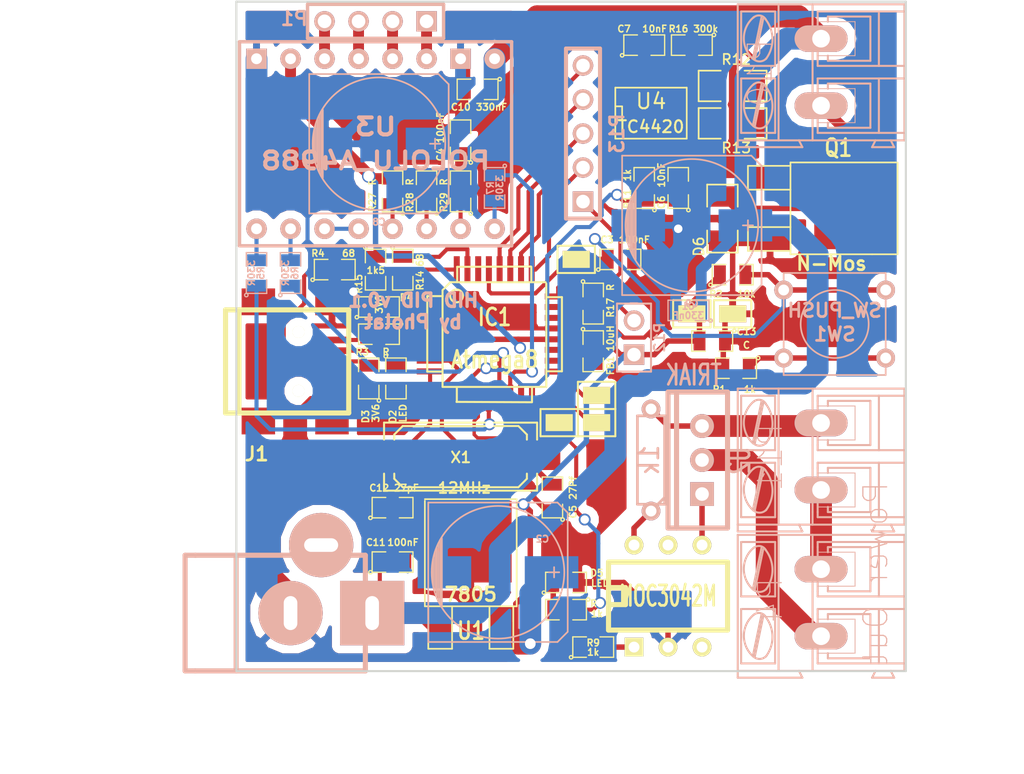
<source format=kicad_pcb>
(kicad_pcb (version 3) (host pcbnew "(2013-mar-13)-testing")
  (layers (15 F.Cu signal) (0 B.Cu signal) (18 B.Paste user) (19 F.Paste user) (20 B.SilkS user) (21 F.SilkS user) (22 B.Mask user) (23 F.Mask user) (28 Edge.Cuts user))
  (net 0 "")
  (net 1 /AC_Controll)
  (net 2 /AVcc)
  (net 3 /D+)
  (net 4 /D-)
  (net 5 /DIR1)
  (net 6 /EN1)
  (net 7 /MISO)
  (net 8 /MOSI)
  (net 9 /PWM)
  (net 10 /RES)
  (net 11 /SCK)
  (net 12 /STEP1)
  (net 13 /TempCheck)
  (net 14 GND)
  (net 15 N-000001)
  (net 16 N-0000010)
  (net 17 N-0000014)
  (net 18 N-0000015)
  (net 19 N-0000016)
  (net 20 N-0000018)
  (net 21 N-000002)
  (net 22 N-0000021)
  (net 23 N-0000023)
  (net 24 N-0000024)
  (net 25 N-0000025)
  (net 26 N-0000026)
  (net 27 N-0000028)
  (net 28 N-0000029)
  (net 29 N-000003)
  (net 30 N-0000031)
  (net 31 N-0000032)
  (net 32 N-0000035)
  (net 33 N-0000036)
  (net 34 N-0000037)
  (net 35 N-0000038)
  (net 36 N-0000039)
  (net 37 N-000004)
  (net 38 N-0000040)
  (net 39 N-0000043)
  (net 40 N-0000044)
  (net 41 N-0000045)
  (net 42 N-0000047)
  (net 43 N-0000048)
  (net 44 N-0000049)
  (net 45 N-000005)
  (net 46 N-0000050)
  (net 47 N-0000053)
  (net 48 N-0000054)
  (net 49 N-0000055)
  (net 50 N-0000056)
  (net 51 N-0000057)
  (net 52 N-0000058)
  (net 53 N-000006)
  (net 54 N-000007)
  (net 55 N-000008)
  (net 56 N-000009)
  (net 57 VAA)
  (net 58 VCC)
  (module SM0805 (layer B.Cu) (at 143.764 83.058 180)
    (fp_text reference C1 (at 0 0.3175 180) (layer B.SilkS) (effects (font (size 0.50038 0.50038) (thickness 0.10922)) (justify mirror)))
    (fp_text value 330nF (at 0 -0.381 180) (layer B.SilkS) (effects (font (size 0.50038 0.50038) (thickness 0.10922)) (justify mirror)))
    (pad 1 smd rect (at -0.9525 0 180) (size 0.889 1.397) (layers B.Cu B.Paste B.Mask) (net 57 VAA))
    (pad 2 smd rect (at 0.9525 0 180) (size 0.889 1.397) (layers B.Cu B.Paste B.Mask) (net 14 GND))
  )
  (module c_elec_10x10.5 (layer B.Cu) (at 129.54 102.616)
    (fp_text reference C2 (at 3.32 -2.484) (layer B.SilkS) (effects (font (size 0.50038 0.50038) (thickness 0.11938)) (justify mirror)))
    (fp_text value 330uF hide)
    (pad 1 smd rect (at 4.0005 0) (size 4.0005 2.4003) (layers B.Cu B.Paste B.Mask) (net 58 VCC))
    (pad 2 smd rect (at -4.0005 0) (size 4.0005 2.4003) (layers B.Cu B.Paste B.Mask) (net 14 GND))
  )
  (module SM0805 (layer F.Cu) (at 138.684 79.248)
    (fp_text reference C3 (at -0.998 -1.468) (layer F.SilkS) (effects (font (size 0.50038 0.50038) (thickness 0.10922))))
    (fp_text value 100nF (at 1.034 -1.468) (layer F.SilkS) (effects (font (size 0.50038 0.50038) (thickness 0.10922))))
    (pad 1 smd rect (at -0.9525 0) (size 0.889 1.397) (layers F.Cu F.Paste F.Mask) (net 10 /RES))
    (pad 2 smd rect (at 0.9525 0) (size 0.889 1.397) (layers F.Cu F.Paste F.Mask) (net 14 GND))
  )
  (module SM0805 (layer F.Cu) (at 126.746 70.358 90)
    (fp_text reference C4 (at -1.072 -1.506 90) (layer F.SilkS) (effects (font (size 0.50038 0.50038) (thickness 0.10922))))
    (fp_text value 100nF (at 0.96 -1.506 90) (layer F.SilkS) (effects (font (size 0.50038 0.50038) (thickness 0.10922))))
    (pad 1 smd rect (at -0.9525 0 90) (size 0.889 1.397) (layers F.Cu F.Paste F.Mask) (net 58 VCC))
    (pad 2 smd rect (at 0.9525 0 90) (size 0.889 1.397) (layers F.Cu F.Paste F.Mask) (net 14 GND))
  )
  (module SM0805 (layer F.Cu) (at 133.604 97.028 90)
    (fp_text reference C5 (at -1.072 1.542 90) (layer F.SilkS) (effects (font (size 0.50038 0.50038) (thickness 0.10922))))
    (fp_text value 27Pf (at 0.706 1.542 90) (layer F.SilkS) (effects (font (size 0.50038 0.50038) (thickness 0.10922))))
    (pad 1 smd rect (at -0.9525 0 90) (size 0.889 1.397) (layers F.Cu F.Paste F.Mask) (net 14 GND))
    (pad 2 smd rect (at 0.9525 0 90) (size 0.889 1.397) (layers F.Cu F.Paste F.Mask) (net 32 N-0000035))
  )
  (module SM0805 (layer F.Cu) (at 143.002 73.914 90)
    (fp_text reference C6 (at -1.072 -1.252 90) (layer F.SilkS) (effects (font (size 0.50038 0.50038) (thickness 0.10922))))
    (fp_text value 10nF (at 0.96 -1.252 90) (layer F.SilkS) (effects (font (size 0.50038 0.50038) (thickness 0.10922))))
    (pad 1 smd rect (at -0.9525 0 90) (size 0.889 1.397) (layers F.Cu F.Paste F.Mask) (net 9 /PWM))
    (pad 2 smd rect (at 0.9525 0 90) (size 0.889 1.397) (layers F.Cu F.Paste F.Mask) (net 14 GND))
  )
  (module SM0805 (layer F.Cu) (at 140.462 63.246)
    (fp_text reference C7 (at -1.506 -1.214) (layer F.SilkS) (effects (font (size 0.50038 0.50038) (thickness 0.10922))))
    (fp_text value 10nF (at 0.78 -1.214) (layer F.SilkS) (effects (font (size 0.50038 0.50038) (thickness 0.10922))))
    (pad 1 smd rect (at -0.9525 0) (size 0.889 1.397) (layers F.Cu F.Paste F.Mask) (net 23 N-0000023))
    (pad 2 smd rect (at 0.9525 0) (size 0.889 1.397) (layers F.Cu F.Paste F.Mask) (net 14 GND))
  )
  (module c_elec_10x10.5 (layer B.Cu) (at 120.65 70.612)
    (fp_text reference C8 (at 0 5.842) (layer B.SilkS) (effects (font (size 0.50038 0.50038) (thickness 0.11938)) (justify mirror)))
    (fp_text value 330uF hide)
    (pad 1 smd rect (at 4.0005 0) (size 4.0005 2.4003) (layers B.Cu B.Paste B.Mask) (net 57 VAA))
    (pad 2 smd rect (at -4.0005 0) (size 4.0005 2.4003) (layers B.Cu B.Paste B.Mask) (net 14 GND))
  )
  (module c_elec_10x10.5 (layer B.Cu) (at 144.018 76.708)
    (fp_text reference C9 (at 0 5.842) (layer B.SilkS) (effects (font (size 0.50038 0.50038) (thickness 0.11938)) (justify mirror)))
    (fp_text value 330uF hide)
    (pad 1 smd rect (at 4.0005 0) (size 4.0005 2.4003) (layers B.Cu B.Paste B.Mask) (net 57 VAA))
    (pad 2 smd rect (at -4.0005 0) (size 4.0005 2.4003) (layers B.Cu B.Paste B.Mask) (net 14 GND))
  )
  (module SM0805 (layer F.Cu) (at 128.016 66.548 180)
    (fp_text reference C10 (at 1.252 -1.326 180) (layer F.SilkS) (effects (font (size 0.50038 0.50038) (thickness 0.10922))))
    (fp_text value 330nF (at -1.034 -1.326 180) (layer F.SilkS) (effects (font (size 0.50038 0.50038) (thickness 0.10922))))
    (pad 1 smd rect (at -0.9525 0 180) (size 0.889 1.397) (layers F.Cu F.Paste F.Mask) (net 57 VAA))
    (pad 2 smd rect (at 0.9525 0 180) (size 0.889 1.397) (layers F.Cu F.Paste F.Mask) (net 14 GND))
  )
  (module SM0805 (layer F.Cu) (at 121.666 101.854)
    (fp_text reference C11 (at -1.252 -1.468) (layer F.SilkS) (effects (font (size 0.50038 0.50038) (thickness 0.10922))))
    (fp_text value 100nF (at 0.78 -1.468) (layer F.SilkS) (effects (font (size 0.50038 0.50038) (thickness 0.10922))))
    (pad 1 smd rect (at -0.9525 0) (size 0.889 1.397) (layers F.Cu F.Paste F.Mask) (net 57 VAA))
    (pad 2 smd rect (at 0.9525 0) (size 0.889 1.397) (layers F.Cu F.Paste F.Mask) (net 14 GND))
  )
  (module SM0805 (layer F.Cu) (at 121.666 97.79)
    (fp_text reference C12 (at -0.998 -1.468) (layer F.SilkS) (effects (font (size 0.50038 0.50038) (thickness 0.10922))))
    (fp_text value 27pF (at 1.034 -1.468) (layer F.SilkS) (effects (font (size 0.50038 0.50038) (thickness 0.10922))))
    (pad 1 smd rect (at -0.9525 0) (size 0.889 1.397) (layers F.Cu F.Paste F.Mask) (net 14 GND))
    (pad 2 smd rect (at 0.9525 0) (size 0.889 1.397) (layers F.Cu F.Paste F.Mask) (net 15 N-000001))
  )
  (module SM0805 (layer F.Cu) (at 145.542 85.344 180)
    (fp_text reference C13 (at -2.558 0.706 180) (layer F.SilkS) (effects (font (size 0.50038 0.50038) (thickness 0.10922))))
    (fp_text value C (at -2.558 -0.31 180) (layer F.SilkS) (effects (font (size 0.50038 0.50038) (thickness 0.10922))))
    (pad 1 smd rect (at -0.9525 0 180) (size 0.889 1.397) (layers F.Cu F.Paste F.Mask) (net 14 GND))
    (pad 2 smd rect (at 0.9525 0 180) (size 0.889 1.397) (layers F.Cu F.Paste F.Mask) (net 58 VCC))
  )
  (module SM0805 (layer F.Cu) (at 121.92 88.138 270)
    (fp_text reference D2 (at 2.85 0.236 270) (layer F.SilkS) (effects (font (size 0.50038 0.50038) (thickness 0.10922))))
    (fp_text value LED (at 2.596 -0.526 270) (layer F.SilkS) (effects (font (size 0.50038 0.50038) (thickness 0.10922))))
    (pad 1 smd rect (at -0.9525 0 270) (size 0.889 1.397) (layers F.Cu F.Paste F.Mask) (net 36 N-0000039))
    (pad 2 smd rect (at 0.9525 0 270) (size 0.889 1.397) (layers F.Cu F.Paste F.Mask) (net 14 GND))
  )
  (module SM0805 (layer F.Cu) (at 119.888 88.138 90)
    (fp_text reference D3 (at -2.85 -0.236 90) (layer F.SilkS) (effects (font (size 0.50038 0.50038) (thickness 0.10922))))
    (fp_text value 3V6 (at -2.596 0.526 90) (layer F.SilkS) (effects (font (size 0.50038 0.50038) (thickness 0.10922))))
    (pad 1 smd rect (at -0.9525 0 90) (size 0.889 1.397) (layers F.Cu F.Paste F.Mask) (net 14 GND))
    (pad 2 smd rect (at 0.9525 0 90) (size 0.889 1.397) (layers F.Cu F.Paste F.Mask) (net 3 /D+))
  )
  (module SM0805 (layer F.Cu) (at 120.65 82.804)
    (fp_text reference D4 (at 2.05 -0.706) (layer F.SilkS) (effects (font (size 0.50038 0.50038) (thickness 0.10922))))
    (fp_text value 3V6 (at 0.018 -0.198 90) (layer F.SilkS) (effects (font (size 0.50038 0.50038) (thickness 0.10922))))
    (pad 1 smd rect (at -0.9525 0) (size 0.889 1.397) (layers F.Cu F.Paste F.Mask) (net 14 GND))
    (pad 2 smd rect (at 0.9525 0) (size 0.889 1.397) (layers F.Cu F.Paste F.Mask) (net 4 /D-))
  )
  (module SM0805 (layer F.Cu) (at 134.62 103.378)
    (fp_text reference D5 (at 2.304 -0.706) (layer F.SilkS) (effects (font (size 0.50038 0.50038) (thickness 0.10922))))
    (fp_text value LED (at 2.558 0.056) (layer F.SilkS) (effects (font (size 0.50038 0.50038) (thickness 0.10922))))
    (pad 1 smd rect (at -0.9525 0) (size 0.889 1.397) (layers F.Cu F.Paste F.Mask) (net 51 N-0000057))
    (pad 2 smd rect (at 0.9525 0) (size 0.889 1.397) (layers F.Cu F.Paste F.Mask) (net 14 GND))
  )
  (module SM1206 (layer F.Cu) (at 146.304 76.2 90)
    (fp_text reference D6 (at -2.088 -1.76 90) (layer F.SilkS) (effects (font (size 0.762 0.762) (thickness 0.127))))
    (fp_text value DIODE hide)
    (pad 1 smd rect (at -1.651 0 90) (size 1.524 2.032) (layers F.Cu F.Paste F.Mask) (net 14 GND))
    (pad 2 smd rect (at 1.651 0 90) (size 1.524 2.032) (layers F.Cu F.Paste F.Mask) (net 22 N-0000021))
  )
  (module SM0805 (layer F.Cu) (at 136.652 86.106 270)
    (fp_text reference FB1 (at 1.072 -1.288 270) (layer F.SilkS) (effects (font (size 0.50038 0.50038) (thickness 0.10922))))
    (fp_text value 10uH (at -0.96 -1.288 270) (layer F.SilkS) (effects (font (size 0.50038 0.50038) (thickness 0.10922))))
    (pad 1 smd rect (at -0.9525 0 270) (size 0.889 1.397) (layers F.Cu F.Paste F.Mask) (net 58 VCC))
    (pad 2 smd rect (at 0.9525 0 270) (size 0.889 1.397) (layers F.Cu F.Paste F.Mask) (net 2 /AVcc))
  )
  (module USB_MINI_B (layer F.Cu) (at 113.792 86.868)
    (fp_text reference J1 (at -2.268 6.914) (layer F.SilkS) (effects (font (size 1.016 1.016) (thickness 0.2032))))
    (fp_text value USB hide)
    (pad 1 smd rect (at 3.44932 -1.6002) (size 2.30124 0.50038) (layers F.Cu F.Paste F.Mask) (net 38 N-0000040))
    (pad 2 smd rect (at 3.44932 -0.8001) (size 2.30124 0.50038) (layers F.Cu F.Paste F.Mask) (net 4 /D-))
    (pad 3 smd rect (at 3.44932 0) (size 2.30124 0.50038) (layers F.Cu F.Paste F.Mask) (net 3 /D+))
    (pad 4 smd rect (at 3.44932 0.8001) (size 2.30124 0.50038) (layers F.Cu F.Paste F.Mask) (net 31 N-0000032))
    (pad 5 smd rect (at 3.44932 1.6002) (size 2.30124 0.50038) (layers F.Cu F.Paste F.Mask) (net 14 GND))
    (pad 6 smd rect (at 3.35026 -4.45008) (size 2.49936 1.99898) (layers F.Cu F.Paste F.Mask) (net 14 GND))
    (pad 7 smd rect (at -2.14884 -4.45008) (size 2.49936 1.99898) (layers F.Cu F.Paste F.Mask))
    (pad 8 smd rect (at 3.35026 4.45008) (size 2.49936 1.99898) (layers F.Cu F.Paste F.Mask))
    (pad 9 smd rect (at -2.14884 4.45008) (size 2.49936 1.99898) (layers F.Cu F.Paste F.Mask))
    (pad "" np_thru_hole circle (at 0.8509 -2.19964) (size 0.89916 0.89916) (drill 0.89916) (layers *.Cu *.Mask F.SilkS))
    (pad 2 np_thru_hole circle (at 0.8509 2.19964) (size 0.89916 0.89916) (drill 0.89916) (layers *.Cu *.Mask F.SilkS) (net 4 /D-))
  )
  (module PIN_ARRAY_4x1 (layer B.Cu) (at 120.396 61.468 180)
    (fp_text reference P1 (at 6.078 0.198 180) (layer B.SilkS) (effects (font (size 1.016 1.016) (thickness 0.2032)) (justify mirror)))
    (fp_text value "" hide)
    (pad 1 thru_hole rect (at -3.81 0 180) (size 1.524 1.524) (drill 1.016) (layers *.Cu *.Mask B.SilkS) (net 42 N-0000047))
    (pad 2 thru_hole circle (at -1.27 0 180) (size 1.524 1.524) (drill 1.016) (layers *.Cu *.Mask B.SilkS) (net 43 N-0000048))
    (pad 3 thru_hole circle (at 1.27 0 180) (size 1.524 1.524) (drill 1.016) (layers *.Cu *.Mask B.SilkS) (net 44 N-0000049))
    (pad 4 thru_hole circle (at 3.81 0 180) (size 1.524 1.524) (drill 1.016) (layers *.Cu *.Mask B.SilkS) (net 46 N-0000050))
  )
  (module SMD_PIN (layer F.Cu) (at 144.018 83.312)
    (fp_text reference "" (at -0.998 -2.992) (layer F.SilkS) (effects (font (size 1.016 1.016) (thickness 0.254))))
    (fp_text value "" (at 0.272 4.374) (layer F.SilkS) (effects (font (size 1.016 1.016) (thickness 0.254))))
    (pad 1 smd rect (at 0 0) (size 2.032 1.27) (layers F.Cu F.Paste F.SilkS F.Mask) (net 58 VCC))
  )
  (module SMD_PIN (layer F.Cu) (at 134.112 91.44)
    (fp_text reference "" (at 0 -3.50012) (layer F.SilkS) (effects (font (size 1.016 1.016) (thickness 0.254))))
    (fp_text value "" (at -1.252 23.932) (layer F.SilkS) (effects (font (size 1.016 1.016) (thickness 0.254))))
    (pad 1 smd rect (at 0 0) (size 2.032 1.27) (layers F.Cu F.Paste F.SilkS F.Mask) (net 8 /MOSI))
  )
  (module AK300-2 (layer B.Cu) (at 153.67 104.902 270)
    (fp_text reference P4 (at -0.198 3.792 270) (layer B.SilkS) (effects (font (size 1.778 1.778) (thickness 0.0889)) (justify mirror)))
    (fp_text value "Power Out" (at -2.23 -4.082 270) (layer B.SilkS) (effects (font (size 1.778 1.778) (thickness 0.0889)) (justify mirror)))
    (pad 1 thru_hole oval (at -2.5146 0 270) (size 1.9812 3.9624) (drill 1.3208) (layers *.Cu B.Paste B.SilkS B.Mask) (net 45 N-000005))
    (pad 2 thru_hole oval (at 2.4892 0 270) (size 1.9812 3.9624) (drill 1.3208) (layers *.Cu B.Paste B.SilkS B.Mask) (net 37 N-000004))
  )
  (module SMD_PIN (layer F.Cu) (at 136.906 91.44)
    (fp_text reference "" (at 0 -3.50012) (layer F.SilkS) (effects (font (size 1.016 1.016) (thickness 0.254))))
    (fp_text value "" (at 0.526 20.884) (layer F.SilkS) (effects (font (size 1.016 1.016) (thickness 0.254))))
    (pad 1 smd rect (at 0 0) (size 2.032 1.27) (layers F.Cu F.Paste F.SilkS F.Mask) (net 7 /MISO))
  )
  (module JACK_ALIM (layer B.Cu) (at 114.046 105.664)
    (fp_text reference "" (at 0.018 6.914) (layer B.SilkS) (effects (font (size 1.016 1.016) (thickness 0.254)) (justify mirror)))
    (fp_text value "" (at -21.318 -10.104) (layer B.SilkS) (effects (font (size 1.016 1.016) (thickness 0.254)) (justify mirror)))
    (pad 2 thru_hole circle (at 0 0) (size 4.8006 4.8006) (drill oval 1.016 2.54) (layers *.Cu *.Mask B.SilkS) (net 14 GND))
    (pad 1 thru_hole rect (at 6.096 0) (size 4.8006 4.8006) (drill oval 1.016 2.54) (layers *.Cu *.Mask B.SilkS) (net 57 VAA))
    (pad 3 thru_hole circle (at 2.286 -5.08) (size 4.8006 4.8006) (drill oval 2.54 1.016) (layers *.Cu *.Mask B.SilkS))
  )
  (module SMD_PIN (layer F.Cu) (at 136.906 89.408)
    (fp_text reference "" (at 0 -3.50012) (layer F.SilkS) (effects (font (size 1.016 1.016) (thickness 0.254))))
    (fp_text value "" (at -0.236 23.424) (layer F.SilkS) (effects (font (size 1.016 1.016) (thickness 0.254))))
    (pad 1 smd rect (at 0 0) (size 2.032 1.27) (layers F.Cu F.Paste F.SilkS F.Mask) (net 11 /SCK))
  )
  (module SMD_PIN (layer F.Cu) (at 135.382 79.248)
    (fp_text reference "" (at -3.284 -5.278) (layer F.SilkS) (effects (font (size 1.016 1.016) (thickness 0.254))))
    (fp_text value "" (at 4.844 2.088) (layer F.SilkS) (effects (font (size 1.016 1.016) (thickness 0.254))))
    (pad 1 smd rect (at 0 0) (size 2.032 1.27) (layers F.Cu F.Paste F.SilkS F.Mask) (net 10 /RES))
  )
  (module SMD_PIN (layer F.Cu) (at 147.066 83.312)
    (fp_text reference "" (at -4.3 -2.992) (layer F.SilkS) (effects (font (size 1.016 1.016) (thickness 0.254))))
    (fp_text value "" (at 0.24892 3.74904) (layer F.SilkS) (effects (font (size 1.016 1.016) (thickness 0.254))))
    (pad 1 smd rect (at 0 0) (size 2.032 1.27) (layers F.Cu F.Paste F.SilkS F.Mask) (net 14 GND))
  )
  (module AK300-2 (layer B.Cu) (at 153.67 65.278 270)
    (fp_text reference P10 (at 0.056 4.554 270) (layer B.SilkS) (effects (font (size 1.778 1.778) (thickness 0.0889)) (justify mirror)))
    (fp_text value "" (at 5.898 -14.75 270) (layer B.SilkS) (effects (font (size 1.778 1.778) (thickness 0.0889)) (justify mirror)))
    (pad 1 thru_hole oval (at -2.5146 0 270) (size 1.9812 3.9624) (drill 1.3208) (layers *.Cu B.Paste B.SilkS B.Mask) (net 57 VAA))
    (pad 2 thru_hole oval (at 2.4892 0 270) (size 1.9812 3.9624) (drill 1.3208) (layers *.Cu B.Paste B.SilkS B.Mask) (net 22 N-0000021))
  )
  (module AK300-2 (layer B.Cu) (at 153.67 93.98 270)
    (fp_text reference P11 (at 0.056 3.792 270) (layer B.SilkS) (effects (font (size 1.778 1.778) (thickness 0.0889)) (justify mirror)))
    (fp_text value "" (at 7.168 -15.004 270) (layer B.SilkS) (effects (font (size 1.778 1.778) (thickness 0.0889)) (justify mirror)))
    (pad 1 thru_hole oval (at -2.5146 0 270) (size 1.9812 3.9624) (drill 1.3208) (layers *.Cu B.Paste B.SilkS B.Mask) (net 47 N-0000053))
    (pad 2 thru_hole oval (at 2.4892 0 270) (size 1.9812 3.9624) (drill 1.3208) (layers *.Cu B.Paste B.SilkS B.Mask) (net 45 N-000005))
  )
  (module PIN_ARRAY_2X1 (layer B.Cu) (at 139.7 85.09 90)
    (fp_text reference P12 (at 0 1.905 90) (layer B.SilkS) (effects (font (size 0.762 0.762) (thickness 0.1524)) (justify mirror)))
    (fp_text value NTC hide)
    (pad 1 thru_hole rect (at -1.27 0 90) (size 1.524 1.524) (drill 1.016) (layers *.Cu *.Mask B.SilkS) (net 58 VCC))
    (pad 2 thru_hole circle (at 1.27 0 90) (size 1.524 1.524) (drill 1.016) (layers *.Cu *.Mask B.SilkS) (net 13 /TempCheck))
  )
  (module PIN_ARRAY_5x1 (layer B.Cu) (at 135.89 69.85 90)
    (fp_text reference P13 (at 0 2.54 90) (layer B.SilkS) (effects (font (size 1.016 1.016) (thickness 0.2032)) (justify mirror)))
    (fp_text value CONN_5 hide)
    (pad 1 thru_hole rect (at -5.08 0 90) (size 1.524 1.524) (drill 1.016) (layers *.Cu *.Mask B.SilkS) (net 17 N-0000014))
    (pad 2 thru_hole circle (at -2.54 0 90) (size 1.524 1.524) (drill 1.016) (layers *.Cu *.Mask B.SilkS) (net 54 N-000007))
    (pad 3 thru_hole circle (at 0 0 90) (size 1.524 1.524) (drill 1.016) (layers *.Cu *.Mask B.SilkS) (net 30 N-0000031))
    (pad 4 thru_hole circle (at 2.54 0 90) (size 1.524 1.524) (drill 1.016) (layers *.Cu *.Mask B.SilkS) (net 16 N-0000010))
    (pad 5 thru_hole circle (at 5.08 0 90) (size 1.524 1.524) (drill 1.016) (layers *.Cu *.Mask B.SilkS) (net 56 N-000009))
  )
  (module DPAKGDS (layer F.Cu) (at 149.86 75.438 270)
    (fp_text reference Q1 (at -4.516 -5.098 360) (layer F.SilkS) (effects (font (size 1.27 1.016) (thickness 0.2032))))
    (fp_text value N-Mos (at 4.12 -4.59 360) (layer F.SilkS) (effects (font (size 1.016 1.016) (thickness 0.2032))))
    (pad G smd rect (at -2.286 0 270) (size 1.651 3.048) (layers F.Cu F.Paste F.Mask) (net 26 N-0000026))
    (pad D smd rect (at 0 -6.35 270) (size 6.096 6.096) (layers F.Cu F.Paste F.Mask) (net 22 N-0000021))
    (pad S smd rect (at 2.286 0 270) (size 1.651 3.048) (layers F.Cu F.Paste F.Mask) (net 14 GND))
  )
  (module SM0805 (layer F.Cu) (at 147.32 87.376 180)
    (fp_text reference R1 (at 1.252 -1.58 180) (layer F.SilkS) (effects (font (size 0.50038 0.50038) (thickness 0.10922))))
    (fp_text value 1k (at -1.034 -1.58 180) (layer F.SilkS) (effects (font (size 0.50038 0.50038) (thickness 0.10922))))
    (pad 1 smd rect (at -0.9525 0 180) (size 0.889 1.397) (layers F.Cu F.Paste F.Mask) (net 28 N-0000029))
    (pad 2 smd rect (at 0.9525 0 180) (size 0.889 1.397) (layers F.Cu F.Paste F.Mask) (net 14 GND))
  )
  (module SM0805 (layer F.Cu) (at 147.066 80.391)
    (fp_text reference R2 (at -1.252 1.453) (layer F.SilkS) (effects (font (size 0.50038 0.50038) (thickness 0.10922))))
    (fp_text value 10k (at 1.034 1.453) (layer F.SilkS) (effects (font (size 0.50038 0.50038) (thickness 0.10922))))
    (pad 1 smd rect (at -0.9525 0) (size 0.889 1.397) (layers F.Cu F.Paste F.Mask) (net 58 VCC))
    (pad 2 smd rect (at 0.9525 0) (size 0.889 1.397) (layers F.Cu F.Paste F.Mask) (net 10 /RES))
  )
  (module SM0805 (layer F.Cu) (at 120.65 84.836 180)
    (fp_text reference R3 (at 1.252 -1.326 180) (layer F.SilkS) (effects (font (size 0.50038 0.50038) (thickness 0.10922))))
    (fp_text value R (at -0.526 -1.326 180) (layer F.SilkS) (effects (font (size 0.50038 0.50038) (thickness 0.10922))))
    (pad 1 smd rect (at -0.9525 0 180) (size 0.889 1.397) (layers F.Cu F.Paste F.Mask) (net 36 N-0000039))
    (pad 2 smd rect (at 0.9525 0 180) (size 0.889 1.397) (layers F.Cu F.Paste F.Mask) (net 38 N-0000040))
  )
  (module SM0805 (layer F.Cu) (at 117.348 80.01)
    (fp_text reference R4 (at -1.252 -1.214) (layer F.SilkS) (effects (font (size 0.50038 0.50038) (thickness 0.10922))))
    (fp_text value 68 (at 1.034 -1.214) (layer F.SilkS) (effects (font (size 0.50038 0.50038) (thickness 0.10922))))
    (pad 1 smd rect (at -0.9525 0) (size 0.889 1.397) (layers F.Cu F.Paste F.Mask) (net 3 /D+))
    (pad 2 smd rect (at 0.9525 0) (size 0.889 1.397) (layers F.Cu F.Paste F.Mask) (net 18 N-0000015))
  )
  (module SM0805 (layer B.Cu) (at 111.506 80.264 90)
    (fp_text reference R5 (at 0 0.3175 90) (layer B.SilkS) (effects (font (size 0.50038 0.50038) (thickness 0.10922)) (justify mirror)))
    (fp_text value 330R (at 0 -0.381 90) (layer B.SilkS) (effects (font (size 0.50038 0.50038) (thickness 0.10922)) (justify mirror)))
    (pad 1 smd rect (at -0.9525 0 90) (size 0.889 1.397) (layers B.Cu B.Paste B.Mask) (net 35 N-0000038))
    (pad 2 smd rect (at 0.9525 0 90) (size 0.889 1.397) (layers B.Cu B.Paste B.Mask) (net 5 /DIR1))
  )
  (module SM0805 (layer B.Cu) (at 114.046 80.264 90)
    (fp_text reference R6 (at 0 0.3175 90) (layer B.SilkS) (effects (font (size 0.50038 0.50038) (thickness 0.10922)) (justify mirror)))
    (fp_text value 330R (at 0 -0.381 90) (layer B.SilkS) (effects (font (size 0.50038 0.50038) (thickness 0.10922)) (justify mirror)))
    (pad 1 smd rect (at -0.9525 0 90) (size 0.889 1.397) (layers B.Cu B.Paste B.Mask) (net 34 N-0000037))
    (pad 2 smd rect (at 0.9525 0 90) (size 0.889 1.397) (layers B.Cu B.Paste B.Mask) (net 12 /STEP1))
  )
  (module SM0805 (layer B.Cu) (at 129.286 73.914 270)
    (fp_text reference R7 (at 0 0.3175 270) (layer B.SilkS) (effects (font (size 0.50038 0.50038) (thickness 0.10922)) (justify mirror)))
    (fp_text value 330R (at 0 -0.381 270) (layer B.SilkS) (effects (font (size 0.50038 0.50038) (thickness 0.10922)) (justify mirror)))
    (pad 1 smd rect (at -0.9525 0 270) (size 0.889 1.397) (layers B.Cu B.Paste B.Mask) (net 33 N-0000036))
    (pad 2 smd rect (at 0.9525 0 270) (size 0.889 1.397) (layers B.Cu B.Paste B.Mask) (net 6 /EN1))
  )
  (module SM0805 (layer F.Cu) (at 134.62 105.41 180)
    (fp_text reference R8 (at -2.304 0.452 180) (layer F.SilkS) (effects (font (size 0.50038 0.50038) (thickness 0.10922))))
    (fp_text value 1k (at -2.304 -0.31 180) (layer F.SilkS) (effects (font (size 0.50038 0.50038) (thickness 0.10922))))
    (pad 1 smd rect (at -0.9525 0 180) (size 0.889 1.397) (layers F.Cu F.Paste F.Mask) (net 1 /AC_Controll))
    (pad 2 smd rect (at 0.9525 0 180) (size 0.889 1.397) (layers F.Cu F.Paste F.Mask) (net 51 N-0000057))
  )
  (module SM0805 (layer F.Cu) (at 136.652 108.204)
    (fp_text reference R9 (at 0 -0.3175) (layer F.SilkS) (effects (font (size 0.50038 0.50038) (thickness 0.10922))))
    (fp_text value 1k (at 0 0.381) (layer F.SilkS) (effects (font (size 0.50038 0.50038) (thickness 0.10922))))
    (pad 1 smd rect (at -0.9525 0) (size 0.889 1.397) (layers F.Cu F.Paste F.Mask) (net 1 /AC_Controll))
    (pad 2 smd rect (at 0.9525 0) (size 0.889 1.397) (layers F.Cu F.Paste F.Mask) (net 50 N-0000056))
  )
  (module R3 (layer B.Cu) (at 140.97 94.234 90)
    (fp_text reference R10 hide)
    (fp_text value 1k (at 0 -0.127 90) (layer B.SilkS) (effects (font (size 1.397 1.27) (thickness 0.2032)) (justify mirror)))
    (pad 1 thru_hole circle (at -3.81 0 90) (size 1.397 1.397) (drill 0.8128) (layers *.Cu *.Mask B.SilkS) (net 48 N-0000054))
    (pad 2 thru_hole circle (at 3.81 0 90) (size 1.397 1.397) (drill 0.8128) (layers *.Cu *.Mask B.SilkS) (net 47 N-0000053))
  )
  (module SM0805 (layer F.Cu) (at 140.462 73.914 90)
    (fp_text reference R11 (at -0.818 -1.252 90) (layer F.SilkS) (effects (font (size 0.50038 0.50038) (thickness 0.10922))))
    (fp_text value 1k (at 0.96 -1.252 90) (layer F.SilkS) (effects (font (size 0.50038 0.50038) (thickness 0.10922))))
    (pad 1 smd rect (at -0.9525 0 90) (size 0.889 1.397) (layers F.Cu F.Paste F.Mask) (net 9 /PWM))
    (pad 2 smd rect (at 0.9525 0 90) (size 0.889 1.397) (layers F.Cu F.Paste F.Mask) (net 25 N-0000025))
  )
  (module SM1206 (layer F.Cu) (at 147.066 66.294)
    (fp_text reference R12 (at 0.272 -1.976) (layer F.SilkS) (effects (font (size 0.762 0.762) (thickness 0.127))))
    (fp_text value 47 hide)
    (pad 1 smd rect (at -1.651 0) (size 1.524 2.032) (layers F.Cu F.Paste F.Mask) (net 23 N-0000023))
    (pad 2 smd rect (at 1.651 0) (size 1.524 2.032) (layers F.Cu F.Paste F.Mask) (net 26 N-0000026))
  )
  (module SM1206 (layer F.Cu) (at 147.066 69.088)
    (fp_text reference R13 (at 0.272 1.834) (layer F.SilkS) (effects (font (size 0.762 0.762) (thickness 0.127))))
    (fp_text value 47 hide)
    (pad 1 smd rect (at -1.651 0) (size 1.524 2.032) (layers F.Cu F.Paste F.Mask) (net 23 N-0000023))
    (pad 2 smd rect (at 1.651 0) (size 1.524 2.032) (layers F.Cu F.Paste F.Mask) (net 26 N-0000026))
  )
  (module SM0805 (layer F.Cu) (at 122.428 80.01 270)
    (fp_text reference R14 (at 0.818 -1.288 270) (layer F.SilkS) (effects (font (size 0.50038 0.50038) (thickness 0.10922))))
    (fp_text value 68 (at -0.706 -1.288 270) (layer F.SilkS) (effects (font (size 0.50038 0.50038) (thickness 0.10922))))
    (pad 1 smd rect (at -0.9525 0 270) (size 0.889 1.397) (layers F.Cu F.Paste F.Mask) (net 27 N-0000028))
    (pad 2 smd rect (at 0.9525 0 270) (size 0.889 1.397) (layers F.Cu F.Paste F.Mask) (net 4 /D-))
  )
  (module SM0805 (layer F.Cu) (at 120.396 80.01 270)
    (fp_text reference R15 (at 1.072 1.252 450) (layer F.SilkS) (effects (font (size 0.50038 0.50038) (thickness 0.10922))))
    (fp_text value 1k5 (at 0.056 -0.018 360) (layer F.SilkS) (effects (font (size 0.50038 0.50038) (thickness 0.10922))))
    (pad 1 smd rect (at -0.9525 0 270) (size 0.889 1.397) (layers F.Cu F.Paste F.Mask) (net 58 VCC))
    (pad 2 smd rect (at 0.9525 0 270) (size 0.889 1.397) (layers F.Cu F.Paste F.Mask) (net 4 /D-))
  )
  (module SM0805 (layer F.Cu) (at 144.018 63.246 180)
    (fp_text reference R16 (at 0.998 1.214 180) (layer F.SilkS) (effects (font (size 0.50038 0.50038) (thickness 0.10922))))
    (fp_text value 300k (at -1.034 1.214 180) (layer F.SilkS) (effects (font (size 0.50038 0.50038) (thickness 0.10922))))
    (pad 1 smd rect (at -0.9525 0 180) (size 0.889 1.397) (layers F.Cu F.Paste F.Mask) (net 26 N-0000026))
    (pad 2 smd rect (at 0.9525 0 180) (size 0.889 1.397) (layers F.Cu F.Paste F.Mask) (net 14 GND))
  )
  (module SM0805 (layer F.Cu) (at 136.652 82.55 270)
    (fp_text reference R17 (at 0.31 -1.288 270) (layer F.SilkS) (effects (font (size 0.50038 0.50038) (thickness 0.10922))))
    (fp_text value R (at -1.214 -1.288 270) (layer F.SilkS) (effects (font (size 0.50038 0.50038) (thickness 0.10922))))
    (pad 1 smd rect (at -0.9525 0 270) (size 0.889 1.397) (layers F.Cu F.Paste F.Mask) (net 13 /TempCheck))
    (pad 2 smd rect (at 0.9525 0 270) (size 0.889 1.397) (layers F.Cu F.Paste F.Mask) (net 14 GND))
  )
  (module SM0805 (layer F.Cu) (at 121.666 74.168 90)
    (fp_text reference R27 (at -0.818 -1.506 90) (layer F.SilkS) (effects (font (size 0.50038 0.50038) (thickness 0.10922))))
    (fp_text value R (at 0.706 -1.506 90) (layer F.SilkS) (effects (font (size 0.50038 0.50038) (thickness 0.10922))))
    (pad 1 smd rect (at -0.9525 0 90) (size 0.889 1.397) (layers F.Cu F.Paste F.Mask) (net 39 N-0000043))
    (pad 2 smd rect (at 0.9525 0 90) (size 0.889 1.397) (layers F.Cu F.Paste F.Mask) (net 58 VCC))
  )
  (module SM0805 (layer F.Cu) (at 124.206 74.168 90)
    (fp_text reference R28 (at -0.818 -1.252 90) (layer F.SilkS) (effects (font (size 0.50038 0.50038) (thickness 0.10922))))
    (fp_text value R (at 0.706 -1.252 90) (layer F.SilkS) (effects (font (size 0.50038 0.50038) (thickness 0.10922))))
    (pad 1 smd rect (at -0.9525 0 90) (size 0.889 1.397) (layers F.Cu F.Paste F.Mask) (net 40 N-0000044))
    (pad 2 smd rect (at 0.9525 0 90) (size 0.889 1.397) (layers F.Cu F.Paste F.Mask) (net 58 VCC))
  )
  (module SM0805 (layer F.Cu) (at 126.746 74.168 90)
    (fp_text reference R29 (at -0.818 -1.252 90) (layer F.SilkS) (effects (font (size 0.50038 0.50038) (thickness 0.10922))))
    (fp_text value R (at 0.706 -1.252 90) (layer F.SilkS) (effects (font (size 0.50038 0.50038) (thickness 0.10922))))
    (pad 1 smd rect (at -0.9525 0 90) (size 0.889 1.397) (layers F.Cu F.Paste F.Mask) (net 41 N-0000045))
    (pad 2 smd rect (at 0.9525 0 90) (size 0.889 1.397) (layers F.Cu F.Paste F.Mask) (net 58 VCC))
  )
  (module SW_PUSH_SMALL (layer B.Cu) (at 154.686 84.074)
    (fp_text reference SW1 (at 0 0.762) (layer B.SilkS) (effects (font (size 1.016 1.016) (thickness 0.2032)) (justify mirror)))
    (fp_text value SW_PUSH (at 0 -1.016) (layer B.SilkS) (effects (font (size 1.016 1.016) (thickness 0.2032)) (justify mirror)))
    (pad 1 thru_hole circle (at 3.81 2.54) (size 1.397 1.397) (drill 0.8128) (layers *.Cu *.Mask B.SilkS) (net 28 N-0000029))
    (pad 2 thru_hole circle (at 3.81 -2.54) (size 1.397 1.397) (drill 0.8128) (layers *.Cu *.Mask B.SilkS) (net 10 /RES))
    (pad 1 thru_hole circle (at -3.81 2.54) (size 1.397 1.397) (drill 0.8128) (layers *.Cu *.Mask B.SilkS) (net 28 N-0000029))
    (pad 2 thru_hole circle (at -3.81 -2.54) (size 1.397 1.397) (drill 0.8128) (layers *.Cu *.Mask B.SilkS) (net 10 /RES))
  )
  (module DPAK2 (layer F.Cu) (at 127.508 106.68)
    (fp_text reference U1 (at 0.018 0.31) (layer F.SilkS) (effects (font (size 1.27 1.016) (thickness 0.2032))))
    (fp_text value 7805 (at 0 -2.413) (layer F.SilkS) (effects (font (size 1.016 1.016) (thickness 0.2032))))
    (pad 1 smd rect (at -2.286 0) (size 1.651 3.048) (layers F.Cu F.Paste F.Mask) (net 57 VAA))
    (pad 2 smd rect (at 0 -6.35) (size 6.096 6.096) (layers F.Cu F.Paste F.Mask) (net 14 GND))
    (pad 3 smd rect (at 2.286 0) (size 1.651 3.048) (layers F.Cu F.Paste F.Mask) (net 58 VCC))
  )
  (module TO220_VERT (layer B.Cu) (at 144.78 94.234 180)
    (fp_text reference U2 (at -2.812 -0.056 450) (layer B.SilkS) (effects (font (size 1.524 1.016) (thickness 0.2032)) (justify mirror)))
    (fp_text value TRIAK (at 0.635 6.35 180) (layer B.SilkS) (effects (font (size 1.524 1.016) (thickness 0.2032)) (justify mirror)))
    (pad 2 thru_hole circle (at 0 2.54 180) (size 1.778 1.778) (drill 1.016) (layers *.Cu *.Mask B.SilkS) (net 47 N-0000053))
    (pad 3 thru_hole circle (at 0 0 180) (size 1.778 1.778) (drill 1.016) (layers *.Cu *.Mask B.SilkS) (net 37 N-000004))
    (pad 1 thru_hole rect (at 0 -2.54 180) (size 1.778 1.778) (drill 1.016) (layers *.Cu *.Mask B.SilkS) (net 49 N-0000055))
  )
  (module SWDIP8_.6W (layer B.Cu) (at 120.396 70.612)
    (fp_text reference U3 (at 0 -1.27) (layer B.SilkS) (effects (font (size 1.27 1.524) (thickness 0.3048)) (justify mirror)))
    (fp_text value POLOLU_A4988 (at 0 1.27) (layer B.SilkS) (effects (font (size 1.27 1.524) (thickness 0.3048)) (justify mirror)))
    (pad 1 thru_hole rect (at -8.89 -6.35) (size 1.524 1.524) (drill 0.8128) (layers *.Cu *.Mask B.SilkS) (net 14 GND))
    (pad 2 thru_hole circle (at -6.35 -6.35) (size 1.524 1.524) (drill 0.8128) (layers *.Cu *.Mask B.SilkS) (net 58 VCC))
    (pad 3 thru_hole circle (at -3.81 -6.35) (size 1.524 1.524) (drill 0.8128) (layers *.Cu *.Mask B.SilkS) (net 46 N-0000050))
    (pad 4 thru_hole circle (at -1.27 -6.35) (size 1.524 1.524) (drill 0.8128) (layers *.Cu *.Mask B.SilkS) (net 44 N-0000049))
    (pad 5 thru_hole circle (at 1.27 -6.35) (size 1.524 1.524) (drill 0.8128) (layers *.Cu *.Mask B.SilkS) (net 43 N-0000048))
    (pad 6 thru_hole circle (at 3.81 -6.35) (size 1.524 1.524) (drill 0.8128) (layers *.Cu *.Mask B.SilkS) (net 42 N-0000047))
    (pad 7 thru_hole rect (at 6.35 -6.35) (size 1.524 1.524) (drill 0.8128) (layers *.Cu *.Mask B.SilkS) (net 14 GND))
    (pad 8 thru_hole circle (at 8.89 -6.35) (size 1.524 1.524) (drill 0.8128) (layers *.Cu *.Mask B.SilkS) (net 57 VAA))
    (pad 9 thru_hole circle (at 8.89 6.35) (size 1.524 1.524) (drill 0.8128) (layers *.Cu *.Mask B.SilkS) (net 6 /EN1))
    (pad 10 thru_hole circle (at 6.35 6.35) (size 1.524 1.524) (drill 0.8128) (layers *.Cu *.Mask B.SilkS) (net 41 N-0000045))
    (pad 11 thru_hole circle (at 3.81 6.35) (size 1.524 1.524) (drill 0.8128) (layers *.Cu *.Mask B.SilkS) (net 40 N-0000044))
    (pad 12 thru_hole circle (at 1.27 6.35) (size 1.524 1.524) (drill 0.8128) (layers *.Cu *.Mask B.SilkS) (net 39 N-0000043))
    (pad 13 thru_hole circle (at -1.27 6.35) (size 1.524 1.524) (drill 0.8128) (layers *.Cu *.Mask B.SilkS) (net 52 N-0000058))
    (pad 14 thru_hole circle (at -3.81 6.35) (size 1.524 1.524) (drill 0.8128) (layers *.Cu *.Mask B.SilkS) (net 52 N-0000058))
    (pad 15 thru_hole circle (at -6.35 6.35) (size 1.524 1.524) (drill 0.8128) (layers *.Cu *.Mask B.SilkS) (net 12 /STEP1))
    (pad 16 thru_hole circle (at -8.89 6.35) (size 1.524 1.524) (drill 0.8128) (layers *.Cu *.Mask B.SilkS) (net 5 /DIR1))
  )
  (module Q_49U3HMS (layer F.Cu) (at 126.746 93.98)
    (fp_text reference X1 (at 0.018 0.056) (layer F.SilkS) (effects (font (size 0.8 0.8))))
    (fp_text value 12MHz (at 0.272 2.342) (layer F.SilkS) (effects (font (size 0.8 0.8))))
    (pad 1 smd rect (at -4.699 0) (size 5.4991 1.99898) (layers F.Cu F.Paste F.Mask) (net 15 N-000001))
    (pad 2 smd rect (at 4.699 0) (size 5.4991 1.99898) (layers F.Cu F.Paste F.Mask) (net 32 N-0000035))
  )
  (module TQFP32 (layer F.Cu) (at 129.286 84.836)
    (fp_text reference IC1 (at 0 -1.27) (layer F.SilkS) (effects (font (size 1.27 1.016) (thickness 0.2032))))
    (fp_text value Atmega8 (at 0 1.905) (layer F.SilkS) (effects (font (size 1.27 1.016) (thickness 0.2032))))
    (pad 8 smd rect (at -4.81584 2.77622) (size 1.99898 0.44958) (layers F.Cu F.Paste F.Mask) (net 15 N-000001))
    (pad 7 smd rect (at -4.81584 1.97612) (size 1.99898 0.44958) (layers F.Cu F.Paste F.Mask) (net 32 N-0000035))
    (pad 6 smd rect (at -4.81584 1.17602) (size 1.99898 0.44958) (layers F.Cu F.Paste F.Mask) (net 58 VCC))
    (pad 5 smd rect (at -4.81584 0.37592) (size 1.99898 0.44958) (layers F.Cu F.Paste F.Mask) (net 14 GND))
    (pad 4 smd rect (at -4.81584 -0.42418) (size 1.99898 0.44958) (layers F.Cu F.Paste F.Mask) (net 58 VCC))
    (pad 3 smd rect (at -4.81584 -1.22428) (size 1.99898 0.44958) (layers F.Cu F.Paste F.Mask) (net 14 GND))
    (pad 2 smd rect (at -4.81584 -2.02438) (size 1.99898 0.44958) (layers F.Cu F.Paste F.Mask) (net 21 N-000002))
    (pad 1 smd rect (at -4.81584 -2.82448) (size 1.99898 0.44958) (layers F.Cu F.Paste F.Mask) (net 29 N-000003))
    (pad 24 smd rect (at 4.7498 -2.8194) (size 1.99898 0.44958) (layers F.Cu F.Paste F.Mask) (net 17 N-0000014))
    (pad 17 smd rect (at 4.7498 2.794) (size 1.99898 0.44958) (layers F.Cu F.Paste F.Mask) (net 11 /SCK))
    (pad 18 smd rect (at 4.7498 1.9812) (size 1.99898 0.44958) (layers F.Cu F.Paste F.Mask) (net 2 /AVcc))
    (pad 19 smd rect (at 4.7498 1.1684) (size 1.99898 0.44958) (layers F.Cu F.Paste F.Mask) (net 55 N-000008))
    (pad 20 smd rect (at 4.7498 0.381) (size 1.99898 0.44958) (layers F.Cu F.Paste F.Mask) (net 58 VCC))
    (pad 21 smd rect (at 4.7498 -0.4318) (size 1.99898 0.44958) (layers F.Cu F.Paste F.Mask) (net 14 GND))
    (pad 22 smd rect (at 4.7498 -1.2192) (size 1.99898 0.44958) (layers F.Cu F.Paste F.Mask) (net 19 N-0000016))
    (pad 23 smd rect (at 4.7498 -2.032) (size 1.99898 0.44958) (layers F.Cu F.Paste F.Mask) (net 13 /TempCheck))
    (pad 32 smd rect (at -2.82448 -4.826) (size 0.44958 1.99898) (layers F.Cu F.Paste F.Mask) (net 18 N-0000015))
    (pad 31 smd rect (at -2.02692 -4.826) (size 0.44958 1.99898) (layers F.Cu F.Paste F.Mask) (net 27 N-0000028))
    (pad 30 smd rect (at -1.22428 -4.826) (size 0.44958 1.99898) (layers F.Cu F.Paste F.Mask) (net 20 N-0000018))
    (pad 29 smd rect (at -0.42672 -4.826) (size 0.44958 1.99898) (layers F.Cu F.Paste F.Mask) (net 10 /RES))
    (pad 28 smd rect (at 0.37592 -4.826) (size 0.44958 1.99898) (layers F.Cu F.Paste F.Mask) (net 56 N-000009))
    (pad 27 smd rect (at 1.17348 -4.826) (size 0.44958 1.99898) (layers F.Cu F.Paste F.Mask) (net 16 N-0000010))
    (pad 26 smd rect (at 1.97612 -4.826) (size 0.44958 1.99898) (layers F.Cu F.Paste F.Mask) (net 30 N-0000031))
    (pad 25 smd rect (at 2.77368 -4.826) (size 0.44958 1.99898) (layers F.Cu F.Paste F.Mask) (net 54 N-000007))
    (pad 9 smd rect (at -2.8194 4.7752) (size 0.44958 1.99898) (layers F.Cu F.Paste F.Mask) (net 53 N-000006))
    (pad 10 smd rect (at -2.032 4.7752) (size 0.44958 1.99898) (layers F.Cu F.Paste F.Mask) (net 9 /PWM))
    (pad 11 smd rect (at -1.2192 4.7752) (size 0.44958 1.99898) (layers F.Cu F.Paste F.Mask) (net 1 /AC_Controll))
    (pad 12 smd rect (at -0.4318 4.7752) (size 0.44958 1.99898) (layers F.Cu F.Paste F.Mask) (net 35 N-0000038))
    (pad 13 smd rect (at 0.3556 4.7752) (size 0.44958 1.99898) (layers F.Cu F.Paste F.Mask) (net 34 N-0000037))
    (pad 14 smd rect (at 1.1684 4.7752) (size 0.44958 1.99898) (layers F.Cu F.Paste F.Mask) (net 33 N-0000036))
    (pad 15 smd rect (at 1.9812 4.7752) (size 0.44958 1.99898) (layers F.Cu F.Paste F.Mask) (net 8 /MOSI))
    (pad 16 smd rect (at 2.794 4.7752) (size 0.44958 1.99898) (layers F.Cu F.Paste F.Mask) (net 7 /MISO))
  )
  (module DIP-6__300 (layer F.Cu) (at 142.24 104.394)
    (fp_text reference "" (at -8.11 13.01 90) (layer F.SilkS) (effects (font (size 1.905 1.016) (thickness 0.2032))))
    (fp_text value MOC3042M (at 0 0) (layer F.SilkS) (effects (font (size 1.524 0.889) (thickness 0.2032))))
    (pad 1 thru_hole rect (at -2.54 3.81) (size 1.397 1.397) (drill 0.8128) (layers *.Cu *.Mask F.SilkS) (net 50 N-0000056))
    (pad 2 thru_hole circle (at 0 3.81) (size 1.397 1.397) (drill 0.8128) (layers *.Cu *.Mask F.SilkS) (net 14 GND))
    (pad 3 thru_hole circle (at 2.54 3.81) (size 1.397 1.397) (drill 0.8128) (layers *.Cu *.Mask F.SilkS))
    (pad 4 thru_hole circle (at 2.54 -3.81) (size 1.397 1.397) (drill 0.8128) (layers *.Cu *.Mask F.SilkS) (net 49 N-0000055))
    (pad 5 thru_hole circle (at 0 -3.81) (size 1.397 1.397) (drill 0.8128) (layers *.Cu *.Mask F.SilkS))
    (pad 6 thru_hole circle (at -2.54 -3.81) (size 1.397 1.397) (drill 0.8128) (layers *.Cu *.Mask F.SilkS) (net 48 N-0000054))
  )
  (module SO8E (layer F.Cu) (at 140.97 68.326)
    (fp_text reference U4 (at 0 -0.889) (layer F.SilkS) (effects (font (size 1.143 1.143) (thickness 0.1524))))
    (fp_text value TC4420 (at 0 1.016) (layer F.SilkS) (effects (font (size 0.889 0.889) (thickness 0.1524))))
    (pad 8 smd rect (at -1.905 -2.667) (size 0.59944 1.39954) (layers F.Cu F.Paste F.Mask) (net 57 VAA))
    (pad 1 smd rect (at -1.905 2.667) (size 0.59944 1.39954) (layers F.Cu F.Paste F.Mask) (net 57 VAA))
    (pad 7 smd rect (at -0.635 -2.667) (size 0.59944 1.39954) (layers F.Cu F.Paste F.Mask) (net 23 N-0000023))
    (pad 6 smd rect (at 0.635 -2.667) (size 0.59944 1.39954) (layers F.Cu F.Paste F.Mask) (net 23 N-0000023))
    (pad 5 smd rect (at 1.905 -2.667) (size 0.59944 1.39954) (layers F.Cu F.Paste F.Mask) (net 14 GND))
    (pad 2 smd rect (at -0.635 2.667) (size 0.59944 1.39954) (layers F.Cu F.Paste F.Mask) (net 25 N-0000025))
    (pad 3 smd rect (at 0.635 2.667) (size 0.59944 1.39954) (layers F.Cu F.Paste F.Mask) (net 24 N-0000024))
    (pad 4 smd rect (at 1.905 2.667) (size 0.59944 1.39954) (layers F.Cu F.Paste F.Mask) (net 14 GND))
  )
  (gr_text "HID PID v0.1\nby Pholat" (at 123.208 83.114) (layer B.SilkS) (effects (font (size 1 1) (thickness 0.25)) (justify mirror)))
  (gr_line (start 160 110) (end 110 110) (angle 90) (layer Edge.Cuts) (width 0.15))
  (gr_line (start 160 60) (end 160 110) (angle 90) (layer Edge.Cuts) (width 0.15))
  (gr_line (start 110 60) (end 160 60) (angle 90) (layer Edge.Cuts) (width 0.15))
  (gr_line (start 110 110) (end 110 60) (angle 90) (layer Edge.Cuts) (width 0.15))
  (segment (start 136.7155 99.3775) (end 136.017 98.679) (width 0.3048) (layer B.Cu) (net 1))
  (segment (start 128.0668 91.0082) (end 128.0668 89.6112) (width 0.254) (layer F.Cu) (net 1))
  (segment (start 127.762 91.313) (end 128.0668 91.0082) (width 0.254) (layer F.Cu) (net 1))
  (segment (start 127.762 92.329) (end 127.762 91.313) (width 0.254) (layer F.Cu) (net 1))
  (segment (start 128.016 92.583) (end 127.762 92.329) (width 0.254) (layer F.Cu) (net 1))
  (segment (start 130.683 92.583) (end 128.016 92.583) (width 0.254) (layer F.Cu) (net 1))
  (segment (start 134.62 92.583) (end 130.683 92.583) (width 0.254) (layer F.Cu) (net 1))
  (segment (start 135.382 93.345) (end 134.62 92.583) (width 0.254) (layer F.Cu) (net 1))
  (segment (start 135.382 98.044) (end 135.382 93.345) (width 0.3048) (layer F.Cu) (net 1))
  (segment (start 136.017 98.679) (end 135.382 98.044) (width 0.3048) (layer F.Cu) (net 1))
  (via (at 136.017 98.679) (size 0.889) (layers F.Cu B.Cu) (net 1))
  (segment (start 137.033 100.457) (end 137.033 99.695) (width 0.3048) (layer B.Cu) (net 1))
  (segment (start 136.652 105.41) (end 137.16 104.902) (width 0.3048) (layer F.Cu) (net 1))
  (via (at 137.16 104.902) (size 0.889) (layers F.Cu B.Cu) (net 1))
  (segment (start 137.16 104.902) (end 137.033 104.775) (width 0.3048) (layer B.Cu) (net 1))
  (segment (start 137.033 104.775) (end 137.033 100.457) (width 0.3048) (layer B.Cu) (net 1))
  (segment (start 135.5725 105.41) (end 136.652 105.41) (width 0.3048) (layer F.Cu) (net 1))
  (segment (start 137.033 99.695) (end 136.7155 99.3775) (width 0.3048) (layer B.Cu) (net 1))
  (segment (start 136.7155 99.3775) (end 136.652 99.314) (width 0.3048) (layer B.Cu) (net 1))
  (segment (start 135.6995 108.204) (end 135.6995 105.537) (width 0.4064) (layer F.Cu) (net 1))
  (segment (start 135.6995 105.537) (end 135.5725 105.41) (width 0.4064) (layer F.Cu) (net 1))
  (segment (start 134.0358 86.8172) (end 136.4107 86.8172) (width 0.3048) (layer F.Cu) (net 2))
  (segment (start 136.4107 86.8172) (end 136.652 87.0585) (width 0.3048) (layer F.Cu) (net 2))
  (segment (start 117.24132 86.868) (end 114.554 86.868) (width 0.3048) (layer F.Cu) (net 3))
  (segment (start 115.57 80.01) (end 116.3955 80.01) (width 0.3048) (layer F.Cu) (net 3))
  (segment (start 115.062 80.518) (end 115.57 80.01) (width 0.3048) (layer F.Cu) (net 3))
  (segment (start 115.062 82.55) (end 115.062 80.518) (width 0.3048) (layer F.Cu) (net 3))
  (segment (start 113.538 84.074) (end 115.062 82.55) (width 0.3048) (layer F.Cu) (net 3))
  (segment (start 113.538 85.852) (end 113.538 84.074) (width 0.3048) (layer F.Cu) (net 3))
  (segment (start 114.554 86.868) (end 113.538 85.852) (width 0.3048) (layer F.Cu) (net 3))
  (segment (start 117.24132 86.868) (end 119.5705 86.868) (width 0.3048) (layer F.Cu) (net 3))
  (segment (start 119.5705 86.868) (end 119.888 87.1855) (width 0.3048) (layer F.Cu) (net 3))
  (segment (start 117.24132 86.0679) (end 120.4341 86.0679) (width 0.3048) (layer F.Cu) (net 4))
  (segment (start 121.158 82.804) (end 121.6025 82.804) (width 0.3048) (layer F.Cu) (net 4))
  (segment (start 120.65 83.312) (end 121.158 82.804) (width 0.3048) (layer F.Cu) (net 4))
  (segment (start 120.65 85.852) (end 120.65 83.312) (width 0.3048) (layer F.Cu) (net 4))
  (segment (start 120.4341 86.0679) (end 120.65 85.852) (width 0.3048) (layer F.Cu) (net 4))
  (segment (start 121.6025 82.804) (end 121.6025 81.788) (width 0.3048) (layer F.Cu) (net 4))
  (segment (start 121.6025 81.788) (end 122.428 80.9625) (width 0.3048) (layer F.Cu) (net 4))
  (segment (start 122.428 80.9625) (end 120.396 80.9625) (width 0.3048) (layer F.Cu) (net 4))
  (segment (start 111.506 79.3115) (end 111.506 76.962) (width 0.3048) (layer B.Cu) (net 5))
  (segment (start 129.286 74.8665) (end 129.286 76.962) (width 0.3048) (layer B.Cu) (net 6))
  (segment (start 132.08 89.6112) (end 134.5692 89.6112) (width 0.3048) (layer F.Cu) (net 7))
  (segment (start 136.398 91.44) (end 136.906 91.44) (width 0.3048) (layer F.Cu) (net 7))
  (segment (start 134.5692 89.6112) (end 136.398 91.44) (width 0.3048) (layer F.Cu) (net 7))
  (segment (start 134.112 91.44) (end 131.826 91.44) (width 0.3048) (layer F.Cu) (net 8))
  (segment (start 131.2672 90.8812) (end 131.2672 89.6112) (width 0.3048) (layer F.Cu) (net 8))
  (segment (start 131.826 91.44) (end 131.2672 90.8812) (width 0.3048) (layer F.Cu) (net 8))
  (segment (start 127.254 89.6112) (end 127.254 88.392) (width 0.3048) (layer F.Cu) (net 9))
  (segment (start 138.8745 74.8665) (end 140.462 74.8665) (width 0.3048) (layer F.Cu) (net 9))
  (segment (start 138.43 74.422) (end 138.8745 74.8665) (width 0.3048) (layer F.Cu) (net 9))
  (via (at 138.43 74.422) (size 0.889) (layers F.Cu B.Cu) (net 9))
  (segment (start 137.922 74.422) (end 138.43 74.422) (width 0.3048) (layer B.Cu) (net 9))
  (segment (start 137.287 75.057) (end 137.922 74.422) (width 0.3048) (layer B.Cu) (net 9))
  (segment (start 137.287 75.946) (end 137.287 75.057) (width 0.3048) (layer B.Cu) (net 9))
  (segment (start 136.398 76.835) (end 137.287 75.946) (width 0.3048) (layer B.Cu) (net 9))
  (segment (start 135.382 76.835) (end 136.398 76.835) (width 0.3048) (layer B.Cu) (net 9))
  (segment (start 133.223 78.994) (end 135.382 76.835) (width 0.3048) (layer B.Cu) (net 9))
  (segment (start 133.223 87.884) (end 133.223 78.994) (width 0.3048) (layer B.Cu) (net 9))
  (segment (start 132.461 88.646) (end 133.223 87.884) (width 0.3048) (layer B.Cu) (net 9))
  (segment (start 131.318 88.646) (end 132.461 88.646) (width 0.3048) (layer B.Cu) (net 9))
  (segment (start 130.175 87.503) (end 131.318 88.646) (width 0.3048) (layer B.Cu) (net 9))
  (segment (start 128.778 87.503) (end 130.175 87.503) (width 0.3048) (layer B.Cu) (net 9))
  (segment (start 128.651 87.376) (end 128.778 87.503) (width 0.3048) (layer B.Cu) (net 9))
  (via (at 128.651 87.376) (size 0.889) (layers F.Cu B.Cu) (net 9))
  (segment (start 128.27 87.376) (end 128.651 87.376) (width 0.3048) (layer F.Cu) (net 9))
  (segment (start 127.254 88.392) (end 128.27 87.376) (width 0.3048) (layer F.Cu) (net 9))
  (segment (start 143.002 74.8665) (end 140.462 74.8665) (width 0.4064) (layer F.Cu) (net 9))
  (segment (start 137.7315 79.248) (end 137.7315 78.6765) (width 0.3048) (layer F.Cu) (net 10))
  (segment (start 150.876 82.804) (end 150.876 81.534) (width 0.3048) (layer B.Cu) (net 10))
  (segment (start 148.717 84.963) (end 150.876 82.804) (width 0.3048) (layer B.Cu) (net 10))
  (segment (start 142.494 84.963) (end 148.717 84.963) (width 0.3048) (layer B.Cu) (net 10))
  (segment (start 141.478 83.947) (end 142.494 84.963) (width 0.3048) (layer B.Cu) (net 10))
  (segment (start 141.478 82.423) (end 141.478 83.947) (width 0.3048) (layer B.Cu) (net 10))
  (segment (start 136.779 77.724) (end 141.478 82.423) (width 0.3048) (layer B.Cu) (net 10))
  (via (at 136.779 77.724) (size 0.889) (layers F.Cu B.Cu) (net 10))
  (segment (start 137.7315 78.6765) (end 136.779 77.724) (width 0.3048) (layer F.Cu) (net 10))
  (segment (start 150.876 81.534) (end 149.733 80.391) (width 0.4064) (layer F.Cu) (net 10))
  (segment (start 149.733 80.391) (end 148.0185 80.391) (width 0.4064) (layer F.Cu) (net 10))
  (segment (start 135.382 79.248) (end 137.7315 79.248) (width 0.4064) (layer F.Cu) (net 10))
  (segment (start 150.876 81.534) (end 158.496 81.534) (width 0.4064) (layer F.Cu) (net 10))
  (segment (start 135.382 79.248) (end 134.874 79.248) (width 0.3048) (layer F.Cu) (net 10))
  (segment (start 128.85928 81.61528) (end 128.85928 80.01) (width 0.3048) (layer F.Cu) (net 10))
  (segment (start 129.032 81.788) (end 128.85928 81.61528) (width 0.3048) (layer F.Cu) (net 10))
  (segment (start 132.334 81.788) (end 129.032 81.788) (width 0.3048) (layer F.Cu) (net 10))
  (segment (start 134.874 79.248) (end 132.334 81.788) (width 0.3048) (layer F.Cu) (net 10))
  (segment (start 136.906 89.408) (end 135.89 89.408) (width 0.3048) (layer F.Cu) (net 11))
  (segment (start 134.112 87.63) (end 134.0358 87.63) (width 0.3048) (layer F.Cu) (net 11))
  (segment (start 135.89 89.408) (end 134.112 87.63) (width 0.3048) (layer F.Cu) (net 11))
  (segment (start 114.046 79.3115) (end 114.046 76.962) (width 0.3048) (layer B.Cu) (net 12))
  (segment (start 134.0358 82.804) (end 135.382 82.804) (width 0.3048) (layer F.Cu) (net 13))
  (segment (start 136.5885 81.5975) (end 136.652 81.5975) (width 0.3048) (layer F.Cu) (net 13))
  (segment (start 135.382 82.804) (end 136.5885 81.5975) (width 0.3048) (layer F.Cu) (net 13))
  (segment (start 136.652 81.5975) (end 137.4775 81.5975) (width 0.3048) (layer F.Cu) (net 13))
  (segment (start 137.4775 81.5975) (end 139.7 83.82) (width 0.3048) (layer F.Cu) (net 13))
  (segment (start 117.24132 88.4682) (end 117.24132 88.49868) (width 0.4064) (layer F.Cu) (net 14))
  (segment (start 114.935 96.393) (end 114.554 96.774) (width 0.4064) (layer F.Cu) (net 14))
  (segment (start 114.935 90.297) (end 114.935 96.393) (width 0.4064) (layer F.Cu) (net 14))
  (segment (start 115.57 89.662) (end 114.935 90.297) (width 0.4064) (layer F.Cu) (net 14))
  (segment (start 116.078 89.662) (end 115.57 89.662) (width 0.4064) (layer F.Cu) (net 14))
  (segment (start 117.24132 88.49868) (end 116.078 89.662) (width 0.4064) (layer F.Cu) (net 14))
  (segment (start 133.604 97.9805) (end 133.1595 97.9805) (width 0.4064) (layer F.Cu) (net 14))
  (segment (start 127.508 97.282) (end 127.508 100.33) (width 0.4064) (layer F.Cu) (net 14))
  (segment (start 129.032 95.758) (end 127.508 97.282) (width 0.4064) (layer F.Cu) (net 14))
  (segment (start 131.699 95.758) (end 129.032 95.758) (width 0.4064) (layer F.Cu) (net 14))
  (segment (start 132.207 96.266) (end 131.699 95.758) (width 0.4064) (layer F.Cu) (net 14))
  (segment (start 132.207 97.028) (end 132.207 96.266) (width 0.4064) (layer F.Cu) (net 14))
  (segment (start 133.1595 97.9805) (end 132.207 97.028) (width 0.4064) (layer F.Cu) (net 14))
  (segment (start 140.0175 76.708) (end 140.0175 65.0875) (width 0.4064) (layer B.Cu) (net 14))
  (segment (start 126.746 63.119) (end 126.746 64.262) (width 0.4064) (layer B.Cu) (net 14))
  (segment (start 127.508 62.357) (end 126.746 63.119) (width 0.4064) (layer B.Cu) (net 14))
  (segment (start 137.287 62.357) (end 127.508 62.357) (width 0.4064) (layer B.Cu) (net 14))
  (segment (start 140.0175 65.0875) (end 137.287 62.357) (width 0.4064) (layer B.Cu) (net 14))
  (segment (start 144.399 78.613) (end 144.399 78.359) (width 0.4064) (layer F.Cu) (net 14))
  (segment (start 142.748 76.708) (end 140.0175 76.708) (width 0.4064) (layer B.Cu) (net 14))
  (segment (start 143.002 76.962) (end 142.748 76.708) (width 0.4064) (layer B.Cu) (net 14))
  (via (at 143.002 76.962) (size 0.889) (layers F.Cu B.Cu) (net 14))
  (segment (start 144.399 78.359) (end 143.002 76.962) (width 0.4064) (layer F.Cu) (net 14))
  (segment (start 116.6495 70.612) (end 117.475 70.612) (width 0.8128) (layer B.Cu) (net 14))
  (segment (start 117.475 70.612) (end 121.539 66.548) (width 0.8128) (layer B.Cu) (net 14))
  (segment (start 121.539 66.548) (end 125.984 66.548) (width 0.8128) (layer B.Cu) (net 14))
  (segment (start 125.984 66.548) (end 126.746 65.786) (width 0.8128) (layer B.Cu) (net 14))
  (segment (start 126.746 65.786) (end 126.746 64.262) (width 0.8128) (layer B.Cu) (net 14))
  (segment (start 135.5725 100.457) (end 136.271 100.457) (width 0.4064) (layer F.Cu) (net 14))
  (segment (start 138.938 97.79) (end 138.938 95.631) (width 0.4064) (layer F.Cu) (net 14))
  (segment (start 136.271 100.457) (end 138.938 97.79) (width 0.4064) (layer F.Cu) (net 14))
  (segment (start 135.5725 103.378) (end 135.5725 100.457) (width 0.4064) (layer F.Cu) (net 14))
  (segment (start 145.8595 86.868) (end 146.3675 87.376) (width 0.4064) (layer F.Cu) (net 14))
  (segment (start 138.938 95.631) (end 138.938 88.773) (width 0.4064) (layer F.Cu) (net 14))
  (segment (start 138.938 88.773) (end 139.7 88.011) (width 0.4064) (layer F.Cu) (net 14))
  (segment (start 139.7 88.011) (end 141.351 88.011) (width 0.4064) (layer F.Cu) (net 14))
  (segment (start 141.351 88.011) (end 142.494 86.868) (width 0.4064) (layer F.Cu) (net 14))
  (segment (start 142.494 86.868) (end 145.8595 86.868) (width 0.4064) (layer F.Cu) (net 14))
  (segment (start 117.14226 82.41792) (end 117.98808 82.41792) (width 0.3048) (layer F.Cu) (net 14))
  (segment (start 115.316 71.9455) (end 116.6495 70.612) (width 0.3048) (layer B.Cu) (net 14))
  (segment (start 115.316 78.232) (end 115.316 71.9455) (width 0.3048) (layer B.Cu) (net 14))
  (segment (start 118.745 81.661) (end 115.316 78.232) (width 0.3048) (layer B.Cu) (net 14))
  (via (at 118.745 81.661) (size 0.889) (layers F.Cu B.Cu) (net 14))
  (segment (start 117.98808 82.41792) (end 118.745 81.661) (width 0.3048) (layer F.Cu) (net 14))
  (segment (start 142.8115 83.058) (end 142.8115 79.502) (width 0.8128) (layer B.Cu) (net 14))
  (segment (start 142.8115 79.502) (end 140.0175 76.708) (width 0.8128) (layer B.Cu) (net 14))
  (segment (start 116.6495 70.612) (end 115.443 70.612) (width 1.6256) (layer B.Cu) (net 14))
  (segment (start 115.443 70.612) (end 111.506 66.675) (width 1.6256) (layer B.Cu) (net 14))
  (segment (start 111.506 66.675) (end 111.506 64.262) (width 1.6256) (layer B.Cu) (net 14))
  (segment (start 125.5395 102.616) (end 119.6975 96.774) (width 1.6256) (layer B.Cu) (net 14))
  (segment (start 112.268 103.886) (end 114.046 105.664) (width 1.6256) (layer B.Cu) (net 14))
  (segment (start 112.268 99.06) (end 112.268 103.886) (width 1.6256) (layer B.Cu) (net 14))
  (segment (start 114.554 96.774) (end 112.268 99.06) (width 1.6256) (layer B.Cu) (net 14))
  (segment (start 119.6975 96.774) (end 114.554 96.774) (width 1.6256) (layer B.Cu) (net 14))
  (segment (start 139.6365 79.248) (end 139.6365 80.3275) (width 0.4064) (layer F.Cu) (net 14))
  (segment (start 139.6365 80.3275) (end 141.224 81.915) (width 0.4064) (layer F.Cu) (net 14))
  (segment (start 146.304 77.851) (end 145.161 77.851) (width 0.4064) (layer F.Cu) (net 14))
  (segment (start 141.224 81.788) (end 141.224 81.915) (width 0.4064) (layer F.Cu) (net 14))
  (segment (start 141.224 81.915) (end 141.224 84.074) (width 0.4064) (layer F.Cu) (net 14))
  (segment (start 145.161 77.851) (end 144.399 78.613) (width 0.4064) (layer F.Cu) (net 14))
  (segment (start 144.399 78.613) (end 141.224 81.788) (width 0.4064) (layer F.Cu) (net 14))
  (segment (start 146.304 77.851) (end 149.733 77.851) (width 0.8128) (layer F.Cu) (net 14))
  (segment (start 149.733 77.851) (end 149.86 77.724) (width 0.8128) (layer F.Cu) (net 14))
  (segment (start 127.0635 66.548) (end 127.0635 64.5795) (width 0.8128) (layer F.Cu) (net 14))
  (segment (start 127.0635 64.5795) (end 126.746 64.262) (width 0.8128) (layer F.Cu) (net 14))
  (segment (start 126.746 69.4055) (end 126.746 66.8655) (width 0.8128) (layer F.Cu) (net 14))
  (segment (start 126.746 66.8655) (end 127.0635 66.548) (width 0.8128) (layer F.Cu) (net 14))
  (segment (start 146.304 77.851) (end 145.923 77.851) (width 0.4064) (layer F.Cu) (net 14))
  (segment (start 145.923 77.851) (end 144.526 76.454) (width 0.4064) (layer F.Cu) (net 14))
  (segment (start 144.526 76.454) (end 144.526 72.9615) (width 0.4064) (layer F.Cu) (net 14))
  (segment (start 143.002 72.9615) (end 144.526 72.9615) (width 0.4064) (layer F.Cu) (net 14))
  (segment (start 144.526 72.9615) (end 144.7165 72.9615) (width 0.4064) (layer F.Cu) (net 14))
  (segment (start 144.7165 72.9615) (end 147.066 70.612) (width 0.4064) (layer F.Cu) (net 14))
  (segment (start 147.066 70.612) (end 147.066 65.024) (width 0.4064) (layer F.Cu) (net 14))
  (segment (start 147.066 65.024) (end 146.558 64.516) (width 0.4064) (layer F.Cu) (net 14))
  (segment (start 146.558 64.516) (end 142.875 64.516) (width 0.4064) (layer F.Cu) (net 14))
  (segment (start 142.875 64.516) (end 143.002 64.516) (width 0.4064) (layer F.Cu) (net 14))
  (segment (start 143.002 64.516) (end 142.875 64.516) (width 0.4064) (layer F.Cu) (net 14))
  (segment (start 143.002 72.9615) (end 143.002 71.12) (width 0.4064) (layer F.Cu) (net 14))
  (segment (start 143.002 71.12) (end 142.875 70.993) (width 0.4064) (layer F.Cu) (net 14))
  (segment (start 141.4145 63.246) (end 143.0655 63.246) (width 0.4064) (layer F.Cu) (net 14))
  (segment (start 142.875 65.659) (end 142.875 64.516) (width 0.4064) (layer F.Cu) (net 14))
  (segment (start 142.875 64.516) (end 142.875 63.4365) (width 0.4064) (layer F.Cu) (net 14))
  (segment (start 142.875 63.4365) (end 143.0655 63.246) (width 0.4064) (layer F.Cu) (net 14))
  (segment (start 147.066 83.312) (end 147.066 78.613) (width 0.4064) (layer F.Cu) (net 14))
  (segment (start 147.066 78.613) (end 146.304 77.851) (width 0.4064) (layer F.Cu) (net 14))
  (segment (start 146.4945 85.344) (end 146.4945 83.8835) (width 0.4064) (layer F.Cu) (net 14))
  (segment (start 146.4945 83.8835) (end 147.066 83.312) (width 0.4064) (layer F.Cu) (net 14))
  (segment (start 146.3675 87.376) (end 146.3675 85.471) (width 0.4064) (layer F.Cu) (net 14))
  (segment (start 146.3675 85.471) (end 146.4945 85.344) (width 0.4064) (layer F.Cu) (net 14))
  (segment (start 135.5725 103.378) (end 135.5725 99.949) (width 0.4064) (layer F.Cu) (net 14))
  (segment (start 135.5725 99.949) (end 133.604 97.9805) (width 0.4064) (layer F.Cu) (net 14))
  (segment (start 142.24 108.204) (end 142.24 106.68) (width 0.4064) (layer F.Cu) (net 14))
  (segment (start 138.938 103.378) (end 135.5725 103.378) (width 0.4064) (layer F.Cu) (net 14))
  (segment (start 142.24 106.68) (end 138.938 103.378) (width 0.4064) (layer F.Cu) (net 14))
  (segment (start 119.888 97.79) (end 119.888 98.552) (width 1.6256) (layer F.Cu) (net 14))
  (segment (start 119.888 98.552) (end 121.158 99.822) (width 1.6256) (layer F.Cu) (net 14))
  (segment (start 121.158 99.822) (end 127 99.822) (width 1.6256) (layer F.Cu) (net 14))
  (segment (start 127 99.822) (end 127.508 100.33) (width 1.6256) (layer F.Cu) (net 14))
  (segment (start 114.046 105.664) (end 114.046 104.394) (width 1.6256) (layer F.Cu) (net 14))
  (segment (start 114.046 104.394) (end 112.268 102.616) (width 1.6256) (layer F.Cu) (net 14))
  (segment (start 112.268 102.616) (end 112.268 99.06) (width 1.6256) (layer F.Cu) (net 14))
  (segment (start 112.268 99.06) (end 114.554 96.774) (width 1.6256) (layer F.Cu) (net 14))
  (segment (start 119.888 97.79) (end 120.142 97.79) (width 1.6256) (layer F.Cu) (net 14))
  (segment (start 118.872 96.774) (end 119.888 97.79) (width 1.6256) (layer F.Cu) (net 14))
  (segment (start 114.554 96.774) (end 118.872 96.774) (width 1.6256) (layer F.Cu) (net 14))
  (segment (start 136.7155 83.566) (end 136.652 83.5025) (width 0.3048) (layer F.Cu) (net 14))
  (segment (start 141.224 84.074) (end 141.224 84.328) (width 0.3048) (layer F.Cu) (net 14))
  (segment (start 141.224 84.328) (end 140.462 85.09) (width 0.3048) (layer F.Cu) (net 14))
  (segment (start 140.462 85.09) (end 138.938 85.09) (width 0.3048) (layer F.Cu) (net 14))
  (segment (start 138.938 85.09) (end 137.414 83.566) (width 0.3048) (layer F.Cu) (net 14))
  (segment (start 137.414 83.566) (end 136.7155 83.566) (width 0.3048) (layer F.Cu) (net 14))
  (segment (start 134.0358 84.4042) (end 135.3058 84.4042) (width 0.3048) (layer F.Cu) (net 14))
  (segment (start 136.2075 83.5025) (end 136.652 83.5025) (width 0.3048) (layer F.Cu) (net 14))
  (segment (start 135.3058 84.4042) (end 136.2075 83.5025) (width 0.3048) (layer F.Cu) (net 14))
  (segment (start 119.888 89.0905) (end 121.92 89.0905) (width 0.3048) (layer F.Cu) (net 14))
  (segment (start 119.6975 82.804) (end 117.52834 82.804) (width 0.3048) (layer F.Cu) (net 14))
  (segment (start 117.52834 82.804) (end 117.14226 82.41792) (width 0.3048) (layer F.Cu) (net 14))
  (segment (start 117.24132 88.4682) (end 119.2657 88.4682) (width 0.3048) (layer F.Cu) (net 14))
  (segment (start 119.2657 88.4682) (end 119.888 89.0905) (width 0.3048) (layer F.Cu) (net 14))
  (segment (start 122.6185 101.854) (end 122.6185 99.314) (width 0.3048) (layer F.Cu) (net 14))
  (segment (start 122.6185 99.314) (end 122.682 99.314) (width 0.3048) (layer F.Cu) (net 14))
  (segment (start 120.7135 97.79) (end 120.7135 98.8695) (width 0.3048) (layer F.Cu) (net 14))
  (segment (start 126.492 99.314) (end 127.508 100.33) (width 0.3048) (layer F.Cu) (net 14))
  (segment (start 122.682 99.314) (end 126.492 99.314) (width 0.3048) (layer F.Cu) (net 14))
  (segment (start 121.158 99.314) (end 122.682 99.314) (width 0.3048) (layer F.Cu) (net 14))
  (segment (start 120.7135 98.8695) (end 121.158 99.314) (width 0.3048) (layer F.Cu) (net 14))
  (segment (start 134.0358 84.4042) (end 126.492 84.4042) (width 0.3048) (layer F.Cu) (net 14))
  (segment (start 126.492 84.4042) (end 126.492 84.328) (width 0.3048) (layer F.Cu) (net 14))
  (segment (start 124.47016 83.61172) (end 126.02972 83.61172) (width 0.3048) (layer F.Cu) (net 14))
  (segment (start 126.11608 85.21192) (end 124.47016 85.21192) (width 0.3048) (layer F.Cu) (net 14))
  (segment (start 126.492 84.836) (end 126.11608 85.21192) (width 0.3048) (layer F.Cu) (net 14))
  (segment (start 126.492 84.074) (end 126.492 84.328) (width 0.3048) (layer F.Cu) (net 14))
  (segment (start 126.492 84.328) (end 126.492 84.836) (width 0.3048) (layer F.Cu) (net 14))
  (segment (start 126.02972 83.61172) (end 126.492 84.074) (width 0.3048) (layer F.Cu) (net 14))
  (segment (start 122.6185 97.79) (end 122.6185 94.5515) (width 0.3048) (layer F.Cu) (net 15))
  (segment (start 122.6185 94.5515) (end 122.047 93.98) (width 0.3048) (layer F.Cu) (net 15))
  (segment (start 124.47016 87.61222) (end 124.47016 91.55684) (width 0.3048) (layer F.Cu) (net 15))
  (segment (start 124.47016 91.55684) (end 122.047 93.98) (width 0.3048) (layer F.Cu) (net 15))
  (segment (start 130.45948 80.01) (end 130.45948 78.58252) (width 0.3048) (layer F.Cu) (net 16))
  (segment (start 133.604 69.596) (end 135.89 67.31) (width 0.3048) (layer F.Cu) (net 16))
  (segment (start 133.604 72.39) (end 133.604 69.596) (width 0.3048) (layer F.Cu) (net 16))
  (segment (start 131.826 74.168) (end 133.604 72.39) (width 0.3048) (layer F.Cu) (net 16))
  (segment (start 131.826 77.216) (end 131.826 74.168) (width 0.3048) (layer F.Cu) (net 16))
  (segment (start 130.45948 78.58252) (end 131.826 77.216) (width 0.3048) (layer F.Cu) (net 16))
  (segment (start 134.0358 82.0166) (end 134.0358 81.3562) (width 0.3048) (layer F.Cu) (net 17))
  (segment (start 138.684 77.724) (end 135.89 74.93) (width 0.3048) (layer F.Cu) (net 17))
  (segment (start 138.684 80.264) (end 138.684 77.724) (width 0.3048) (layer F.Cu) (net 17))
  (segment (start 138.43 80.518) (end 138.684 80.264) (width 0.3048) (layer F.Cu) (net 17))
  (segment (start 134.874 80.518) (end 138.43 80.518) (width 0.3048) (layer F.Cu) (net 17))
  (segment (start 134.0358 81.3562) (end 134.874 80.518) (width 0.3048) (layer F.Cu) (net 17))
  (segment (start 118.3005 80.01) (end 126.46152 80.01) (width 0.3048) (layer F.Cu) (net 18))
  (segment (start 156.21 75.438) (end 156.21 70.3072) (width 0.8128) (layer F.Cu) (net 22))
  (segment (start 156.21 70.3072) (end 153.67 67.7672) (width 0.8128) (layer F.Cu) (net 22))
  (segment (start 156.21 75.438) (end 147.193 75.438) (width 0.4064) (layer F.Cu) (net 22))
  (segment (start 147.193 75.438) (end 146.304 74.549) (width 0.4064) (layer F.Cu) (net 22))
  (segment (start 145.415 66.294) (end 145.415 66.548) (width 0.4064) (layer F.Cu) (net 23))
  (segment (start 145.415 66.548) (end 144.145 67.818) (width 0.4064) (layer F.Cu) (net 23))
  (segment (start 141.605 65.659) (end 141.605 66.675) (width 0.4064) (layer F.Cu) (net 23))
  (segment (start 144.145 67.818) (end 145.415 69.088) (width 0.4064) (layer F.Cu) (net 23))
  (segment (start 142.748 67.818) (end 144.145 67.818) (width 0.4064) (layer F.Cu) (net 23))
  (segment (start 141.605 66.675) (end 142.748 67.818) (width 0.4064) (layer F.Cu) (net 23))
  (segment (start 141.605 65.659) (end 140.335 65.659) (width 0.4064) (layer F.Cu) (net 23))
  (segment (start 140.335 65.659) (end 140.335 64.0715) (width 0.4064) (layer F.Cu) (net 23))
  (segment (start 140.335 64.0715) (end 139.5095 63.246) (width 0.4064) (layer F.Cu) (net 23))
  (segment (start 140.335 70.993) (end 140.335 72.8345) (width 0.4064) (layer F.Cu) (net 25))
  (segment (start 140.335 72.8345) (end 140.462 72.9615) (width 0.4064) (layer F.Cu) (net 25))
  (segment (start 144.9705 63.246) (end 147.574 63.246) (width 0.4064) (layer F.Cu) (net 26))
  (segment (start 148.717 64.389) (end 148.717 66.294) (width 0.4064) (layer F.Cu) (net 26))
  (segment (start 147.574 63.246) (end 148.717 64.389) (width 0.4064) (layer F.Cu) (net 26))
  (segment (start 148.717 69.088) (end 148.717 66.294) (width 0.4064) (layer F.Cu) (net 26))
  (segment (start 149.86 73.152) (end 149.86 70.231) (width 0.4064) (layer F.Cu) (net 26))
  (segment (start 149.86 70.231) (end 148.717 69.088) (width 0.4064) (layer F.Cu) (net 26))
  (segment (start 122.428 79.0575) (end 125.1585 79.0575) (width 0.3048) (layer F.Cu) (net 27))
  (segment (start 127.25908 78.49108) (end 127.25908 80.01) (width 0.3048) (layer F.Cu) (net 27))
  (segment (start 127.254 78.486) (end 127.25908 78.49108) (width 0.3048) (layer F.Cu) (net 27))
  (segment (start 125.73 78.486) (end 127.254 78.486) (width 0.3048) (layer F.Cu) (net 27))
  (segment (start 125.1585 79.0575) (end 125.73 78.486) (width 0.3048) (layer F.Cu) (net 27))
  (segment (start 150.876 86.614) (end 149.0345 86.614) (width 0.4064) (layer F.Cu) (net 28))
  (segment (start 149.0345 86.614) (end 148.2725 87.376) (width 0.4064) (layer F.Cu) (net 28))
  (segment (start 158.496 86.614) (end 150.876 86.614) (width 0.4064) (layer F.Cu) (net 28))
  (segment (start 131.26212 80.01) (end 131.26212 78.79588) (width 0.3048) (layer F.Cu) (net 30))
  (segment (start 134.366 71.374) (end 135.89 69.85) (width 0.3048) (layer F.Cu) (net 30))
  (segment (start 134.366 72.644) (end 134.366 71.374) (width 0.3048) (layer F.Cu) (net 30))
  (segment (start 132.588 74.422) (end 134.366 72.644) (width 0.3048) (layer F.Cu) (net 30))
  (segment (start 132.588 77.47) (end 132.588 74.422) (width 0.3048) (layer F.Cu) (net 30))
  (segment (start 131.26212 78.79588) (end 132.588 77.47) (width 0.3048) (layer F.Cu) (net 30))
  (segment (start 131.445 93.98) (end 127.508 93.98) (width 0.3048) (layer F.Cu) (net 32))
  (segment (start 125.92812 86.81212) (end 124.47016 86.81212) (width 0.3048) (layer F.Cu) (net 32))
  (segment (start 126.492 87.376) (end 125.92812 86.81212) (width 0.3048) (layer F.Cu) (net 32))
  (segment (start 126.492 87.63) (end 126.492 87.376) (width 0.3048) (layer F.Cu) (net 32))
  (segment (start 125.349 88.773) (end 126.492 87.63) (width 0.3048) (layer F.Cu) (net 32))
  (segment (start 125.349 91.821) (end 125.349 88.773) (width 0.3048) (layer F.Cu) (net 32))
  (segment (start 127.508 93.98) (end 125.349 91.821) (width 0.3048) (layer F.Cu) (net 32))
  (segment (start 133.604 96.0755) (end 133.5405 96.0755) (width 0.4064) (layer F.Cu) (net 32))
  (segment (start 133.5405 96.0755) (end 131.445 93.98) (width 0.4064) (layer F.Cu) (net 32))
  (segment (start 130.4544 89.6112) (end 130.4544 87.9856) (width 0.3048) (layer F.Cu) (net 33))
  (segment (start 130.8735 72.9615) (end 129.286 72.9615) (width 0.3048) (layer B.Cu) (net 33))
  (segment (start 132.08 74.168) (end 130.8735 72.9615) (width 0.3048) (layer B.Cu) (net 33))
  (segment (start 132.08 87.63) (end 132.08 74.168) (width 0.3048) (layer B.Cu) (net 33))
  (via (at 132.08 87.63) (size 0.889) (layers F.Cu B.Cu) (net 33))
  (segment (start 130.81 87.63) (end 132.08 87.63) (width 0.3048) (layer F.Cu) (net 33))
  (segment (start 130.4544 87.9856) (end 130.81 87.63) (width 0.3048) (layer F.Cu) (net 33))
  (segment (start 124.333 87.63) (end 126.619 87.63) (width 0.3048) (layer B.Cu) (net 34))
  (segment (start 129.6416 86.5124) (end 129.6416 89.6112) (width 0.3048) (layer F.Cu) (net 34))
  (segment (start 129.921 86.233) (end 129.6416 86.5124) (width 0.3048) (layer F.Cu) (net 34))
  (via (at 129.921 86.233) (size 0.889) (layers F.Cu B.Cu) (net 34))
  (segment (start 128.016 86.233) (end 129.921 86.233) (width 0.3048) (layer B.Cu) (net 34))
  (segment (start 126.619 87.63) (end 128.016 86.233) (width 0.3048) (layer B.Cu) (net 34))
  (segment (start 118.96725 86.13775) (end 120.4595 87.63) (width 0.3048) (layer B.Cu) (net 34))
  (segment (start 120.4595 87.63) (end 121.412 87.63) (width 0.3048) (layer B.Cu) (net 34))
  (segment (start 124.333 87.63) (end 121.412 87.63) (width 0.3048) (layer B.Cu) (net 34))
  (segment (start 118.96725 86.13775) (end 114.046 81.2165) (width 0.3048) (layer B.Cu) (net 34))
  (segment (start 111.506 81.2165) (end 111.506 90.932) (width 0.3048) (layer B.Cu) (net 35))
  (segment (start 128.8542 91.5162) (end 128.8542 89.6112) (width 0.3048) (layer F.Cu) (net 35))
  (segment (start 128.905 91.567) (end 128.8542 91.5162) (width 0.3048) (layer F.Cu) (net 35))
  (via (at 128.905 91.567) (size 0.889) (layers F.Cu B.Cu) (net 35))
  (segment (start 128.524 91.948) (end 128.905 91.567) (width 0.3048) (layer B.Cu) (net 35))
  (segment (start 112.522 91.948) (end 128.524 91.948) (width 0.3048) (layer B.Cu) (net 35))
  (segment (start 111.506 90.932) (end 112.522 91.948) (width 0.3048) (layer B.Cu) (net 35))
  (segment (start 121.6025 84.582) (end 121.6025 86.868) (width 0.3048) (layer F.Cu) (net 36))
  (segment (start 121.6025 86.868) (end 121.92 87.1855) (width 0.3048) (layer F.Cu) (net 36))
  (segment (start 153.67 107.3912) (end 153.1112 107.3912) (width 1.6256) (layer F.Cu) (net 37))
  (segment (start 148.082 94.234) (end 144.78 94.234) (width 1.6256) (layer F.Cu) (net 37))
  (segment (start 149.606 95.758) (end 148.082 94.234) (width 1.6256) (layer F.Cu) (net 37))
  (segment (start 149.606 103.886) (end 149.606 95.758) (width 1.6256) (layer F.Cu) (net 37))
  (segment (start 153.1112 107.3912) (end 149.606 103.886) (width 1.6256) (layer F.Cu) (net 37))
  (segment (start 117.24132 85.2678) (end 119.0117 85.2678) (width 0.3048) (layer F.Cu) (net 38))
  (segment (start 119.0117 85.2678) (end 119.6975 84.582) (width 0.3048) (layer F.Cu) (net 38))
  (segment (start 121.666 76.962) (end 121.666 75.1205) (width 0.3048) (layer F.Cu) (net 39))
  (segment (start 124.206 76.962) (end 124.206 75.1205) (width 0.3048) (layer F.Cu) (net 40))
  (segment (start 126.746 76.962) (end 126.746 75.1205) (width 0.3048) (layer F.Cu) (net 41))
  (segment (start 124.206 64.262) (end 124.206 61.468) (width 0.8128) (layer F.Cu) (net 42))
  (segment (start 121.666 64.262) (end 121.666 61.468) (width 0.8128) (layer F.Cu) (net 43))
  (segment (start 119.126 64.262) (end 119.126 61.468) (width 0.8128) (layer F.Cu) (net 44))
  (segment (start 153.67 102.3874) (end 153.67 96.4692) (width 1.6256) (layer F.Cu) (net 45))
  (segment (start 116.586 64.262) (end 116.586 61.468) (width 0.8128) (layer F.Cu) (net 46))
  (segment (start 144.78 91.694) (end 142.24 91.694) (width 0.4064) (layer F.Cu) (net 47))
  (segment (start 142.24 91.694) (end 140.97 90.424) (width 0.4064) (layer F.Cu) (net 47))
  (segment (start 144.78 91.694) (end 153.4414 91.694) (width 1.6256) (layer F.Cu) (net 47))
  (segment (start 153.4414 91.694) (end 153.67 91.4654) (width 1.6256) (layer F.Cu) (net 47))
  (segment (start 139.7 100.584) (end 139.7 99.314) (width 0.4064) (layer F.Cu) (net 48))
  (segment (start 139.7 99.314) (end 140.97 98.044) (width 0.4064) (layer F.Cu) (net 48))
  (segment (start 144.78 96.774) (end 144.78 100.584) (width 0.4064) (layer F.Cu) (net 49))
  (segment (start 139.7 108.204) (end 137.6045 108.204) (width 0.4064) (layer F.Cu) (net 50))
  (segment (start 133.6675 105.41) (end 133.6675 103.378) (width 0.4064) (layer F.Cu) (net 51))
  (segment (start 116.586 76.962) (end 119.126 76.962) (width 0.3048) (layer B.Cu) (net 52))
  (segment (start 132.05968 80.01) (end 132.334 80.01) (width 0.3048) (layer F.Cu) (net 54))
  (segment (start 133.35 74.93) (end 135.89 72.39) (width 0.3048) (layer F.Cu) (net 54))
  (segment (start 133.35 78.994) (end 133.35 74.93) (width 0.3048) (layer F.Cu) (net 54))
  (segment (start 132.334 80.01) (end 133.35 78.994) (width 0.3048) (layer F.Cu) (net 54))
  (segment (start 129.66192 80.01) (end 129.66192 78.36408) (width 0.3048) (layer F.Cu) (net 56))
  (segment (start 129.66192 78.36408) (end 130.048 77.978) (width 0.3048) (layer F.Cu) (net 56))
  (segment (start 135.89 64.77) (end 135.89 65.024) (width 0.3048) (layer F.Cu) (net 56))
  (segment (start 131.064 76.962) (end 130.048 77.978) (width 0.3048) (layer F.Cu) (net 56))
  (segment (start 131.064 73.914) (end 131.064 76.962) (width 0.3048) (layer F.Cu) (net 56))
  (segment (start 132.842 72.136) (end 131.064 73.914) (width 0.3048) (layer F.Cu) (net 56))
  (segment (start 132.842 68.072) (end 132.842 72.136) (width 0.3048) (layer F.Cu) (net 56))
  (segment (start 135.89 65.024) (end 132.842 68.072) (width 0.3048) (layer F.Cu) (net 56))
  (segment (start 139.2555 88.7095) (end 140.2715 88.7095) (width 1.6256) (layer B.Cu) (net 57))
  (segment (start 151.257 76.708) (end 148.0185 76.708) (width 1.6256) (layer B.Cu) (net 57))
  (segment (start 153.416 78.867) (end 151.257 76.708) (width 1.6256) (layer B.Cu) (net 57))
  (segment (start 153.416 87.503) (end 153.416 78.867) (width 1.6256) (layer B.Cu) (net 57))
  (segment (start 152.4 88.519) (end 153.416 87.503) (width 1.6256) (layer B.Cu) (net 57))
  (segment (start 149.86 88.519) (end 152.4 88.519) (width 1.6256) (layer B.Cu) (net 57))
  (segment (start 149.606 88.265) (end 149.86 88.519) (width 1.6256) (layer B.Cu) (net 57))
  (segment (start 140.716 88.265) (end 149.606 88.265) (width 1.6256) (layer B.Cu) (net 57))
  (segment (start 140.2715 88.7095) (end 140.716 88.265) (width 1.6256) (layer B.Cu) (net 57))
  (segment (start 131.3815 99.2505) (end 132.9055 99.2505) (width 1.6256) (layer B.Cu) (net 57))
  (segment (start 138.303 89.662) (end 139.2555 88.7095) (width 1.6256) (layer B.Cu) (net 57))
  (segment (start 139.2555 88.7095) (end 139.319 88.646) (width 1.6256) (layer B.Cu) (net 57))
  (segment (start 138.303 93.853) (end 138.303 89.662) (width 1.6256) (layer B.Cu) (net 57))
  (segment (start 132.9055 99.2505) (end 138.303 93.853) (width 1.6256) (layer B.Cu) (net 57))
  (segment (start 120.142 105.664) (end 128.016 105.664) (width 1.6256) (layer B.Cu) (net 57))
  (segment (start 129.667 100.965) (end 131.3815 99.2505) (width 1.6256) (layer B.Cu) (net 57))
  (segment (start 131.3815 99.2505) (end 131.445 99.187) (width 1.6256) (layer B.Cu) (net 57))
  (segment (start 129.667 104.013) (end 129.667 100.965) (width 1.6256) (layer B.Cu) (net 57))
  (segment (start 128.016 105.664) (end 129.667 104.013) (width 1.6256) (layer B.Cu) (net 57))
  (segment (start 148.0185 76.708) (end 148.0185 65.8495) (width 1.6256) (layer B.Cu) (net 57))
  (segment (start 148.0185 65.8495) (end 151.1046 62.7634) (width 1.6256) (layer B.Cu) (net 57))
  (segment (start 151.1046 62.7634) (end 153.67 62.7634) (width 1.6256) (layer B.Cu) (net 57))
  (segment (start 144.7165 83.058) (end 144.7165 80.01) (width 0.8128) (layer B.Cu) (net 57))
  (segment (start 144.7165 80.01) (end 148.0185 76.708) (width 0.8128) (layer B.Cu) (net 57))
  (segment (start 124.6505 70.612) (end 125.476 70.612) (width 1.6256) (layer B.Cu) (net 57))
  (segment (start 129.286 66.802) (end 129.286 64.262) (width 1.6256) (layer B.Cu) (net 57))
  (segment (start 125.476 70.612) (end 129.286 66.802) (width 1.6256) (layer B.Cu) (net 57))
  (segment (start 153.67 62.7634) (end 151.9936 61.087) (width 1.6256) (layer F.Cu) (net 57))
  (segment (start 151.9936 61.087) (end 132.461 61.087) (width 1.6256) (layer F.Cu) (net 57))
  (segment (start 132.461 61.087) (end 129.286 64.262) (width 1.6256) (layer F.Cu) (net 57))
  (segment (start 129.286 64.262) (end 129.286 66.2305) (width 0.3048) (layer F.Cu) (net 57))
  (segment (start 129.286 66.2305) (end 128.9685 66.548) (width 0.3048) (layer F.Cu) (net 57))
  (segment (start 139.065 65.659) (end 138.176 64.77) (width 0.4064) (layer F.Cu) (net 57))
  (segment (start 138.176 64.77) (end 138.176 62.484) (width 0.4064) (layer F.Cu) (net 57))
  (segment (start 138.176 62.484) (end 138.938 61.722) (width 0.4064) (layer F.Cu) (net 57))
  (segment (start 138.938 61.722) (end 152.6286 61.722) (width 0.4064) (layer F.Cu) (net 57))
  (segment (start 152.6286 61.722) (end 153.67 62.7634) (width 0.4064) (layer F.Cu) (net 57))
  (segment (start 139.065 70.993) (end 139.065 65.659) (width 0.4064) (layer F.Cu) (net 57))
  (segment (start 120.142 105.664) (end 124.206 105.664) (width 1.6256) (layer F.Cu) (net 57))
  (segment (start 124.206 105.664) (end 125.222 106.68) (width 1.6256) (layer F.Cu) (net 57))
  (segment (start 120.7135 101.854) (end 120.7135 105.0925) (width 0.3048) (layer F.Cu) (net 57))
  (segment (start 120.7135 105.0925) (end 120.142 105.664) (width 0.3048) (layer F.Cu) (net 57))
  (segment (start 131.064 85.217) (end 131.064 85.725) (width 0.4064) (layer F.Cu) (net 58))
  (segment (start 119.4435 72.5805) (end 119.4435 72.4535) (width 0.4064) (layer F.Cu) (net 58))
  (segment (start 119.888 73.025) (end 119.4435 72.5805) (width 0.4064) (layer F.Cu) (net 58))
  (via (at 119.888 73.025) (size 1) (drill 0.8) (layers F.Cu B.Cu) (net 58))
  (segment (start 120.396 73.533) (end 119.888 73.025) (width 0.4064) (layer B.Cu) (net 58))
  (segment (start 120.396 78.232) (end 120.396 73.533) (width 0.4064) (layer B.Cu) (net 58))
  (segment (start 121.158 78.994) (end 120.396 78.232) (width 0.4064) (layer B.Cu) (net 58))
  (segment (start 124.333 78.994) (end 121.158 78.994) (width 0.4064) (layer B.Cu) (net 58))
  (segment (start 131.191 85.852) (end 124.333 78.994) (width 0.4064) (layer B.Cu) (net 58))
  (via (at 131.191 85.852) (size 0.889) (layers F.Cu B.Cu) (net 58))
  (segment (start 131.064 85.725) (end 131.191 85.852) (width 0.4064) (layer F.Cu) (net 58))
  (segment (start 131.953 99.949) (end 131.953 98.044) (width 0.4064) (layer F.Cu) (net 58))
  (segment (start 130.8735 104.9655) (end 131.953 103.886) (width 0.4064) (layer F.Cu) (net 58))
  (segment (start 131.953 103.886) (end 131.953 100.584) (width 0.4064) (layer F.Cu) (net 58))
  (segment (start 131.953 100.584) (end 131.953 99.949) (width 0.4064) (layer F.Cu) (net 58))
  (segment (start 130.8735 107.7595) (end 130.8735 104.9655) (width 0.4064) (layer F.Cu) (net 58))
  (segment (start 139.065 86.36) (end 139.7 86.36) (width 0.4064) (layer B.Cu) (net 58))
  (segment (start 136.144 89.281) (end 139.065 86.36) (width 0.4064) (layer B.Cu) (net 58))
  (segment (start 136.144 92.837) (end 136.144 89.281) (width 0.4064) (layer B.Cu) (net 58))
  (segment (start 131.445 97.536) (end 136.144 92.837) (width 0.4064) (layer B.Cu) (net 58))
  (via (at 131.445 97.536) (size 0.889) (layers F.Cu B.Cu) (net 58))
  (segment (start 131.953 98.044) (end 131.445 97.536) (width 0.4064) (layer F.Cu) (net 58))
  (segment (start 133.5405 102.616) (end 131.953 104.2035) (width 1.6256) (layer B.Cu) (net 58))
  (segment (start 131.064 107.95) (end 130.8735 107.7595) (width 1.6256) (layer F.Cu) (net 58))
  (segment (start 130.8735 107.7595) (end 129.794 106.68) (width 1.6256) (layer F.Cu) (net 58))
  (segment (start 131.953 107.95) (end 131.064 107.95) (width 1.6256) (layer F.Cu) (net 58))
  (via (at 131.953 107.95) (size 1) (drill 0.8) (layers F.Cu B.Cu) (net 58))
  (segment (start 131.953 104.2035) (end 131.953 107.95) (width 1.6256) (layer B.Cu) (net 58))
  (segment (start 146.1135 80.391) (end 144.018 82.4865) (width 0.4064) (layer F.Cu) (net 58))
  (segment (start 144.018 82.4865) (end 144.018 83.312) (width 0.4064) (layer F.Cu) (net 58))
  (segment (start 126.746 73.2155) (end 126.746 71.3105) (width 0.8128) (layer F.Cu) (net 58))
  (segment (start 124.206 73.2155) (end 126.746 73.2155) (width 0.8128) (layer F.Cu) (net 58))
  (segment (start 121.666 73.2155) (end 124.206 73.2155) (width 0.8128) (layer F.Cu) (net 58))
  (segment (start 114.046 64.262) (end 114.046 67.056) (width 0.8128) (layer F.Cu) (net 58))
  (segment (start 114.046 67.056) (end 119.4435 72.4535) (width 0.8128) (layer F.Cu) (net 58))
  (segment (start 120.2055 73.2155) (end 121.666 73.2155) (width 0.8128) (layer F.Cu) (net 58))
  (segment (start 119.4435 72.4535) (end 120.2055 73.2155) (width 0.8128) (layer F.Cu) (net 58))
  (segment (start 134.0358 85.217) (end 131.064 85.217) (width 0.4064) (layer F.Cu) (net 58))
  (segment (start 131.064 85.217) (end 127.127 85.217) (width 0.4064) (layer F.Cu) (net 58))
  (segment (start 127.127 85.217) (end 126.33198 86.01202) (width 0.4064) (layer F.Cu) (net 58))
  (segment (start 126.33198 86.01202) (end 124.47016 86.01202) (width 0.4064) (layer F.Cu) (net 58))
  (segment (start 134.0358 85.217) (end 136.5885 85.217) (width 0.4064) (layer F.Cu) (net 58))
  (segment (start 136.5885 85.217) (end 136.652 85.1535) (width 0.4064) (layer F.Cu) (net 58))
  (segment (start 139.7 86.36) (end 138.684 86.36) (width 0.4064) (layer F.Cu) (net 58))
  (segment (start 138.684 86.36) (end 137.4775 85.1535) (width 0.4064) (layer F.Cu) (net 58))
  (segment (start 137.4775 85.1535) (end 136.652 85.1535) (width 0.4064) (layer F.Cu) (net 58))
  (segment (start 144.5895 85.344) (end 142.24 85.344) (width 0.4064) (layer F.Cu) (net 58))
  (segment (start 142.24 85.344) (end 141.224 86.36) (width 0.4064) (layer F.Cu) (net 58))
  (segment (start 141.224 86.36) (end 139.7 86.36) (width 0.4064) (layer F.Cu) (net 58))
  (segment (start 144.5895 85.344) (end 144.5895 83.8835) (width 0.4064) (layer F.Cu) (net 58))
  (segment (start 144.5895 83.8835) (end 144.018 83.312) (width 0.4064) (layer F.Cu) (net 58))
  (segment (start 136.5885 85.217) (end 136.652 85.1535) (width 0.3048) (layer F.Cu) (net 58))
  (segment (start 120.396 79.0575) (end 120.396 73.406) (width 0.3048) (layer F.Cu) (net 58))
  (segment (start 120.5865 73.2155) (end 121.666 73.2155) (width 0.3048) (layer F.Cu) (net 58))
  (segment (start 120.396 73.406) (end 120.5865 73.2155) (width 0.3048) (layer F.Cu) (net 58))
  (segment (start 124.47016 86.01202) (end 123.09602 86.01202) (width 0.3048) (layer F.Cu) (net 58))
  (segment (start 122.85218 84.41182) (end 124.47016 84.41182) (width 0.3048) (layer F.Cu) (net 58))
  (segment (start 122.682 84.582) (end 122.85218 84.41182) (width 0.3048) (layer F.Cu) (net 58))
  (segment (start 122.682 85.598) (end 122.682 84.582) (width 0.3048) (layer F.Cu) (net 58))
  (segment (start 123.09602 86.01202) (end 122.682 85.598) (width 0.3048) (layer F.Cu) (net 58))
  (segment (start 126.33198 86.01202) (end 124.47016 86.01202) (width 0.3048) (layer F.Cu) (net 58))
  (segment (start 127.127 85.217) (end 126.33198 86.01202) (width 0.3048) (layer F.Cu) (net 58))
  (zone (net 14) (net_name GND) (layer F.Cu) (connect_pads (clearance 0.6096)) (min_thickness 0.254) (fill (arc_segments 16) (thermal_gap 0.6096) (thermal_bridge_width 0.508))
    (polygon (pts (xy 160 88) (xy 140 88) (xy 139 89) (xy 139 98) (xy 137 100) (xy 137 103) (xy 138 104) (xy 144 104) (xy 144 110) (xy 110 110) (xy 110 60) (xy 160 60)))
  )
  (zone (net 14) (net_name GND) (layer B.Cu) (connect_pads (clearance 0.6096)) (min_thickness 0.254) (fill (arc_segments 16) (thermal_gap 0.6096) (thermal_bridge_width 0.508))
    (polygon (pts (xy 160 88) (xy 140 88) (xy 139 89) (xy 139 98) (xy 137 100) (xy 137 103) (xy 138 104) (xy 144 104) (xy 144 110) (xy 110 110) (xy 110 60) (xy 160 60)))
  )
)
</source>
